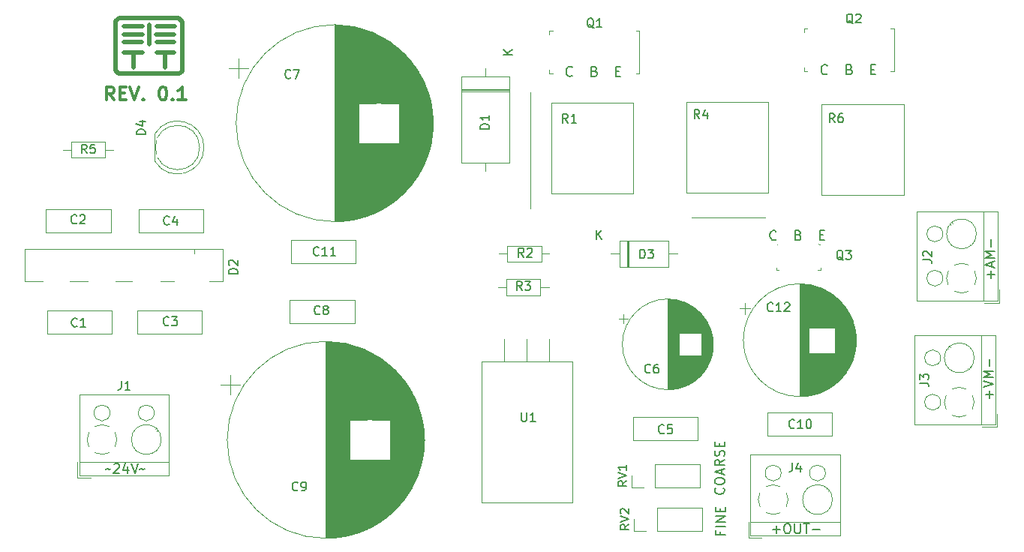
<source format=gto>
G04 #@! TF.GenerationSoftware,KiCad,Pcbnew,5.0.0-rc1-44a33f2~62~ubuntu16.04.1*
G04 #@! TF.CreationDate,2018-04-02T12:51:17+03:00*
G04 #@! TF.ProjectId,lm317_adj_supply,6C6D3331375F61646A5F737570706C79,rev?*
G04 #@! TF.SameCoordinates,Original*
G04 #@! TF.FileFunction,Legend,Top*
G04 #@! TF.FilePolarity,Positive*
%FSLAX46Y46*%
G04 Gerber Fmt 4.6, Leading zero omitted, Abs format (unit mm)*
G04 Created by KiCad (PCBNEW 5.0.0-rc1-44a33f2~62~ubuntu16.04.1) date Mon Apr  2 12:51:17 2018*
%MOMM*%
%LPD*%
G01*
G04 APERTURE LIST*
%ADD10C,0.200000*%
%ADD11C,0.300000*%
%ADD12C,0.120000*%
%ADD13C,0.100000*%
%ADD14C,0.150000*%
%ADD15C,0.500000*%
%ADD16C,2.000000*%
%ADD17O,2.000000X2.000000*%
%ADD18R,2.800000X2.800000*%
%ADD19C,2.800000*%
%ADD20C,1.900000*%
%ADD21R,1.900000X1.900000*%
%ADD22C,4.400000*%
%ADD23R,4.400000X4.400000*%
%ADD24C,3.600000*%
%ADD25O,2.600000X2.600000*%
%ADD26R,2.600000X2.600000*%
%ADD27R,2.400000X2.400000*%
%ADD28C,2.400000*%
%ADD29R,3.600000X3.600000*%
%ADD30O,3.600000X3.600000*%
%ADD31R,2.200000X2.200000*%
%ADD32C,2.200000*%
%ADD33C,2.900000*%
%ADD34R,2.900000X2.900000*%
%ADD35C,1.800000*%
%ADD36O,1.800000X1.800000*%
%ADD37R,2.100000X2.100000*%
%ADD38O,2.100000X2.100000*%
%ADD39O,3.900000X3.900000*%
%ADD40O,2.200000X2.200000*%
G04 APERTURE END LIST*
D10*
X173716666Y-92892857D02*
X173664285Y-92945238D01*
X173507142Y-92997619D01*
X173402380Y-92997619D01*
X173245238Y-92945238D01*
X173140476Y-92840476D01*
X173088095Y-92735714D01*
X173035714Y-92526190D01*
X173035714Y-92369047D01*
X173088095Y-92159523D01*
X173140476Y-92054761D01*
X173245238Y-91950000D01*
X173402380Y-91897619D01*
X173507142Y-91897619D01*
X173664285Y-91950000D01*
X173716666Y-92002380D01*
X176230952Y-92421428D02*
X176388095Y-92473809D01*
X176440476Y-92526190D01*
X176492857Y-92630952D01*
X176492857Y-92788095D01*
X176440476Y-92892857D01*
X176388095Y-92945238D01*
X176283333Y-92997619D01*
X175864285Y-92997619D01*
X175864285Y-91897619D01*
X176230952Y-91897619D01*
X176335714Y-91950000D01*
X176388095Y-92002380D01*
X176440476Y-92107142D01*
X176440476Y-92211904D01*
X176388095Y-92316666D01*
X176335714Y-92369047D01*
X176230952Y-92421428D01*
X175864285Y-92421428D01*
X178640476Y-92421428D02*
X179007142Y-92421428D01*
X179164285Y-92997619D02*
X178640476Y-92997619D01*
X178640476Y-91897619D01*
X179164285Y-91897619D01*
X179516666Y-74192857D02*
X179464285Y-74245238D01*
X179307142Y-74297619D01*
X179202380Y-74297619D01*
X179045238Y-74245238D01*
X178940476Y-74140476D01*
X178888095Y-74035714D01*
X178835714Y-73826190D01*
X178835714Y-73669047D01*
X178888095Y-73459523D01*
X178940476Y-73354761D01*
X179045238Y-73250000D01*
X179202380Y-73197619D01*
X179307142Y-73197619D01*
X179464285Y-73250000D01*
X179516666Y-73302380D01*
X182030952Y-73721428D02*
X182188095Y-73773809D01*
X182240476Y-73826190D01*
X182292857Y-73930952D01*
X182292857Y-74088095D01*
X182240476Y-74192857D01*
X182188095Y-74245238D01*
X182083333Y-74297619D01*
X181664285Y-74297619D01*
X181664285Y-73197619D01*
X182030952Y-73197619D01*
X182135714Y-73250000D01*
X182188095Y-73302380D01*
X182240476Y-73407142D01*
X182240476Y-73511904D01*
X182188095Y-73616666D01*
X182135714Y-73669047D01*
X182030952Y-73721428D01*
X181664285Y-73721428D01*
X184440476Y-73721428D02*
X184807142Y-73721428D01*
X184964285Y-74297619D02*
X184440476Y-74297619D01*
X184440476Y-73197619D01*
X184964285Y-73197619D01*
X150716666Y-74392857D02*
X150664285Y-74445238D01*
X150507142Y-74497619D01*
X150402380Y-74497619D01*
X150245238Y-74445238D01*
X150140476Y-74340476D01*
X150088095Y-74235714D01*
X150035714Y-74026190D01*
X150035714Y-73869047D01*
X150088095Y-73659523D01*
X150140476Y-73554761D01*
X150245238Y-73450000D01*
X150402380Y-73397619D01*
X150507142Y-73397619D01*
X150664285Y-73450000D01*
X150716666Y-73502380D01*
X153230952Y-73921428D02*
X153388095Y-73973809D01*
X153440476Y-74026190D01*
X153492857Y-74130952D01*
X153492857Y-74288095D01*
X153440476Y-74392857D01*
X153388095Y-74445238D01*
X153283333Y-74497619D01*
X152864285Y-74497619D01*
X152864285Y-73397619D01*
X153230952Y-73397619D01*
X153335714Y-73450000D01*
X153388095Y-73502380D01*
X153440476Y-73607142D01*
X153440476Y-73711904D01*
X153388095Y-73816666D01*
X153335714Y-73869047D01*
X153230952Y-73921428D01*
X152864285Y-73921428D01*
X155640476Y-73921428D02*
X156007142Y-73921428D01*
X156164285Y-74497619D02*
X155640476Y-74497619D01*
X155640476Y-73397619D01*
X156164285Y-73397619D01*
D11*
X99028571Y-77178571D02*
X98528571Y-76464285D01*
X98171428Y-77178571D02*
X98171428Y-75678571D01*
X98742857Y-75678571D01*
X98885714Y-75750000D01*
X98957142Y-75821428D01*
X99028571Y-75964285D01*
X99028571Y-76178571D01*
X98957142Y-76321428D01*
X98885714Y-76392857D01*
X98742857Y-76464285D01*
X98171428Y-76464285D01*
X99671428Y-76392857D02*
X100171428Y-76392857D01*
X100385714Y-77178571D02*
X99671428Y-77178571D01*
X99671428Y-75678571D01*
X100385714Y-75678571D01*
X100814285Y-75678571D02*
X101314285Y-77178571D01*
X101814285Y-75678571D01*
X102314285Y-77035714D02*
X102385714Y-77107142D01*
X102314285Y-77178571D01*
X102242857Y-77107142D01*
X102314285Y-77035714D01*
X102314285Y-77178571D01*
X104457142Y-75678571D02*
X104600000Y-75678571D01*
X104742857Y-75750000D01*
X104814285Y-75821428D01*
X104885714Y-75964285D01*
X104957142Y-76250000D01*
X104957142Y-76607142D01*
X104885714Y-76892857D01*
X104814285Y-77035714D01*
X104742857Y-77107142D01*
X104600000Y-77178571D01*
X104457142Y-77178571D01*
X104314285Y-77107142D01*
X104242857Y-77035714D01*
X104171428Y-76892857D01*
X104100000Y-76607142D01*
X104100000Y-76250000D01*
X104171428Y-75964285D01*
X104242857Y-75821428D01*
X104314285Y-75750000D01*
X104457142Y-75678571D01*
X105600000Y-77035714D02*
X105671428Y-77107142D01*
X105600000Y-77178571D01*
X105528571Y-77107142D01*
X105600000Y-77035714D01*
X105600000Y-77178571D01*
X107100000Y-77178571D02*
X106242857Y-77178571D01*
X106671428Y-77178571D02*
X106671428Y-75678571D01*
X106528571Y-75892857D01*
X106385714Y-76035714D01*
X106242857Y-76107142D01*
D10*
X167792857Y-120978571D02*
X167845238Y-121030952D01*
X167897619Y-121188095D01*
X167897619Y-121292857D01*
X167845238Y-121450000D01*
X167740476Y-121554761D01*
X167635714Y-121607142D01*
X167426190Y-121659523D01*
X167269047Y-121659523D01*
X167059523Y-121607142D01*
X166954761Y-121554761D01*
X166850000Y-121450000D01*
X166797619Y-121292857D01*
X166797619Y-121188095D01*
X166850000Y-121030952D01*
X166902380Y-120978571D01*
X166797619Y-120297619D02*
X166797619Y-120088095D01*
X166850000Y-119983333D01*
X166954761Y-119878571D01*
X167164285Y-119826190D01*
X167530952Y-119826190D01*
X167740476Y-119878571D01*
X167845238Y-119983333D01*
X167897619Y-120088095D01*
X167897619Y-120297619D01*
X167845238Y-120402380D01*
X167740476Y-120507142D01*
X167530952Y-120559523D01*
X167164285Y-120559523D01*
X166954761Y-120507142D01*
X166850000Y-120402380D01*
X166797619Y-120297619D01*
X167583333Y-119407142D02*
X167583333Y-118883333D01*
X167897619Y-119511904D02*
X166797619Y-119145238D01*
X167897619Y-118778571D01*
X167897619Y-117783333D02*
X167373809Y-118150000D01*
X167897619Y-118411904D02*
X166797619Y-118411904D01*
X166797619Y-117992857D01*
X166850000Y-117888095D01*
X166902380Y-117835714D01*
X167007142Y-117783333D01*
X167164285Y-117783333D01*
X167269047Y-117835714D01*
X167321428Y-117888095D01*
X167373809Y-117992857D01*
X167373809Y-118411904D01*
X167845238Y-117364285D02*
X167897619Y-117207142D01*
X167897619Y-116945238D01*
X167845238Y-116840476D01*
X167792857Y-116788095D01*
X167688095Y-116735714D01*
X167583333Y-116735714D01*
X167478571Y-116788095D01*
X167426190Y-116840476D01*
X167373809Y-116945238D01*
X167321428Y-117154761D01*
X167269047Y-117259523D01*
X167216666Y-117311904D01*
X167111904Y-117364285D01*
X167007142Y-117364285D01*
X166902380Y-117311904D01*
X166850000Y-117259523D01*
X166797619Y-117154761D01*
X166797619Y-116892857D01*
X166850000Y-116735714D01*
X167321428Y-116264285D02*
X167321428Y-115897619D01*
X167897619Y-115740476D02*
X167897619Y-116264285D01*
X166797619Y-116264285D01*
X166797619Y-115740476D01*
X167421428Y-125878571D02*
X167421428Y-126245238D01*
X167997619Y-126245238D02*
X166897619Y-126245238D01*
X166897619Y-125721428D01*
X167997619Y-125302380D02*
X166897619Y-125302380D01*
X167997619Y-124778571D02*
X166897619Y-124778571D01*
X167997619Y-124150000D01*
X166897619Y-124150000D01*
X167421428Y-123626190D02*
X167421428Y-123259523D01*
X167997619Y-123102380D02*
X167997619Y-123626190D01*
X166897619Y-123626190D01*
X166897619Y-123102380D01*
X197778571Y-110800000D02*
X197778571Y-109961904D01*
X198197619Y-110380952D02*
X197359523Y-110380952D01*
X197097619Y-109595238D02*
X198197619Y-109228571D01*
X197097619Y-108861904D01*
X198197619Y-108495238D02*
X197097619Y-108495238D01*
X197883333Y-108128571D01*
X197097619Y-107761904D01*
X198197619Y-107761904D01*
X197778571Y-107238095D02*
X197778571Y-106400000D01*
X197978571Y-97300000D02*
X197978571Y-96461904D01*
X198397619Y-96880952D02*
X197559523Y-96880952D01*
X198083333Y-95990476D02*
X198083333Y-95466666D01*
X198397619Y-96095238D02*
X197297619Y-95728571D01*
X198397619Y-95361904D01*
X198397619Y-94995238D02*
X197297619Y-94995238D01*
X198083333Y-94628571D01*
X197297619Y-94261904D01*
X198397619Y-94261904D01*
X197978571Y-93738095D02*
X197978571Y-92900000D01*
X98100000Y-118878571D02*
X98152380Y-118826190D01*
X98257142Y-118773809D01*
X98466666Y-118878571D01*
X98571428Y-118826190D01*
X98623809Y-118773809D01*
X98990476Y-118302380D02*
X99042857Y-118250000D01*
X99147619Y-118197619D01*
X99409523Y-118197619D01*
X99514285Y-118250000D01*
X99566666Y-118302380D01*
X99619047Y-118407142D01*
X99619047Y-118511904D01*
X99566666Y-118669047D01*
X98938095Y-119297619D01*
X99619047Y-119297619D01*
X100561904Y-118564285D02*
X100561904Y-119297619D01*
X100300000Y-118145238D02*
X100038095Y-118930952D01*
X100719047Y-118930952D01*
X100980952Y-118197619D02*
X101347619Y-119297619D01*
X101714285Y-118197619D01*
X101923809Y-118878571D02*
X101976190Y-118826190D01*
X102080952Y-118773809D01*
X102290476Y-118878571D01*
X102395238Y-118826190D01*
X102447619Y-118773809D01*
X173328571Y-125678571D02*
X174166666Y-125678571D01*
X173747619Y-126097619D02*
X173747619Y-125259523D01*
X174900000Y-124997619D02*
X175109523Y-124997619D01*
X175214285Y-125050000D01*
X175319047Y-125154761D01*
X175371428Y-125364285D01*
X175371428Y-125730952D01*
X175319047Y-125940476D01*
X175214285Y-126045238D01*
X175109523Y-126097619D01*
X174900000Y-126097619D01*
X174795238Y-126045238D01*
X174690476Y-125940476D01*
X174638095Y-125730952D01*
X174638095Y-125364285D01*
X174690476Y-125154761D01*
X174795238Y-125050000D01*
X174900000Y-124997619D01*
X175842857Y-124997619D02*
X175842857Y-125888095D01*
X175895238Y-125992857D01*
X175947619Y-126045238D01*
X176052380Y-126097619D01*
X176261904Y-126097619D01*
X176366666Y-126045238D01*
X176419047Y-125992857D01*
X176471428Y-125888095D01*
X176471428Y-124997619D01*
X176838095Y-124997619D02*
X177466666Y-124997619D01*
X177152380Y-126097619D02*
X177152380Y-124997619D01*
X177833333Y-125678571D02*
X178671428Y-125678571D01*
D12*
X164200000Y-90400000D02*
X172558000Y-90400000D01*
X146000000Y-76300000D02*
X146000000Y-89484000D01*
X182772500Y-104282500D02*
G75*
G03X182772500Y-104282500I-6370000J0D01*
G01*
X176402500Y-97952500D02*
X176402500Y-110612500D01*
X176442500Y-97952500D02*
X176442500Y-110612500D01*
X176482500Y-97952500D02*
X176482500Y-110612500D01*
X176522500Y-97953500D02*
X176522500Y-110611500D01*
X176562500Y-97954500D02*
X176562500Y-110610500D01*
X176602500Y-97955500D02*
X176602500Y-110609500D01*
X176642500Y-97956500D02*
X176642500Y-110608500D01*
X176682500Y-97958500D02*
X176682500Y-110606500D01*
X176722500Y-97960500D02*
X176722500Y-110604500D01*
X176762500Y-97962500D02*
X176762500Y-110602500D01*
X176802500Y-97964500D02*
X176802500Y-110600500D01*
X176842500Y-97967500D02*
X176842500Y-110597500D01*
X176882500Y-97970500D02*
X176882500Y-110594500D01*
X176922500Y-97973500D02*
X176922500Y-110591500D01*
X176962500Y-97976500D02*
X176962500Y-110588500D01*
X177002500Y-97980500D02*
X177002500Y-110584500D01*
X177042500Y-97984500D02*
X177042500Y-110580500D01*
X177082500Y-97988500D02*
X177082500Y-110576500D01*
X177123500Y-97992500D02*
X177123500Y-110572500D01*
X177163500Y-97997500D02*
X177163500Y-110567500D01*
X177203500Y-98002500D02*
X177203500Y-110562500D01*
X177243500Y-98007500D02*
X177243500Y-110557500D01*
X177283500Y-98013500D02*
X177283500Y-110551500D01*
X177323500Y-98018500D02*
X177323500Y-110546500D01*
X177363500Y-98024500D02*
X177363500Y-110540500D01*
X177403500Y-98030500D02*
X177403500Y-110534500D01*
X177443500Y-98037500D02*
X177443500Y-110527500D01*
X177483500Y-98044500D02*
X177483500Y-102842500D01*
X177483500Y-105722500D02*
X177483500Y-110520500D01*
X177523500Y-98051500D02*
X177523500Y-102842500D01*
X177523500Y-105722500D02*
X177523500Y-110513500D01*
X177563500Y-98058500D02*
X177563500Y-102842500D01*
X177563500Y-105722500D02*
X177563500Y-110506500D01*
X177603500Y-98066500D02*
X177603500Y-102842500D01*
X177603500Y-105722500D02*
X177603500Y-110498500D01*
X177643500Y-98073500D02*
X177643500Y-102842500D01*
X177643500Y-105722500D02*
X177643500Y-110491500D01*
X177683500Y-98081500D02*
X177683500Y-102842500D01*
X177683500Y-105722500D02*
X177683500Y-110483500D01*
X177723500Y-98090500D02*
X177723500Y-102842500D01*
X177723500Y-105722500D02*
X177723500Y-110474500D01*
X177763500Y-98098500D02*
X177763500Y-102842500D01*
X177763500Y-105722500D02*
X177763500Y-110466500D01*
X177803500Y-98107500D02*
X177803500Y-102842500D01*
X177803500Y-105722500D02*
X177803500Y-110457500D01*
X177843500Y-98116500D02*
X177843500Y-102842500D01*
X177843500Y-105722500D02*
X177843500Y-110448500D01*
X177883500Y-98126500D02*
X177883500Y-102842500D01*
X177883500Y-105722500D02*
X177883500Y-110438500D01*
X177923500Y-98136500D02*
X177923500Y-102842500D01*
X177923500Y-105722500D02*
X177923500Y-110428500D01*
X177963500Y-98145500D02*
X177963500Y-102842500D01*
X177963500Y-105722500D02*
X177963500Y-110419500D01*
X178003500Y-98156500D02*
X178003500Y-102842500D01*
X178003500Y-105722500D02*
X178003500Y-110408500D01*
X178043500Y-98166500D02*
X178043500Y-102842500D01*
X178043500Y-105722500D02*
X178043500Y-110398500D01*
X178083500Y-98177500D02*
X178083500Y-102842500D01*
X178083500Y-105722500D02*
X178083500Y-110387500D01*
X178123500Y-98188500D02*
X178123500Y-102842500D01*
X178123500Y-105722500D02*
X178123500Y-110376500D01*
X178163500Y-98199500D02*
X178163500Y-102842500D01*
X178163500Y-105722500D02*
X178163500Y-110365500D01*
X178203500Y-98211500D02*
X178203500Y-102842500D01*
X178203500Y-105722500D02*
X178203500Y-110353500D01*
X178243500Y-98223500D02*
X178243500Y-102842500D01*
X178243500Y-105722500D02*
X178243500Y-110341500D01*
X178283500Y-98235500D02*
X178283500Y-102842500D01*
X178283500Y-105722500D02*
X178283500Y-110329500D01*
X178323500Y-98248500D02*
X178323500Y-102842500D01*
X178323500Y-105722500D02*
X178323500Y-110316500D01*
X178363500Y-98261500D02*
X178363500Y-102842500D01*
X178363500Y-105722500D02*
X178363500Y-110303500D01*
X178403500Y-98274500D02*
X178403500Y-102842500D01*
X178403500Y-105722500D02*
X178403500Y-110290500D01*
X178443500Y-98287500D02*
X178443500Y-102842500D01*
X178443500Y-105722500D02*
X178443500Y-110277500D01*
X178483500Y-98301500D02*
X178483500Y-102842500D01*
X178483500Y-105722500D02*
X178483500Y-110263500D01*
X178523500Y-98315500D02*
X178523500Y-102842500D01*
X178523500Y-105722500D02*
X178523500Y-110249500D01*
X178563500Y-98329500D02*
X178563500Y-102842500D01*
X178563500Y-105722500D02*
X178563500Y-110235500D01*
X178603500Y-98343500D02*
X178603500Y-102842500D01*
X178603500Y-105722500D02*
X178603500Y-110221500D01*
X178643500Y-98358500D02*
X178643500Y-102842500D01*
X178643500Y-105722500D02*
X178643500Y-110206500D01*
X178683500Y-98374500D02*
X178683500Y-102842500D01*
X178683500Y-105722500D02*
X178683500Y-110190500D01*
X178723500Y-98389500D02*
X178723500Y-102842500D01*
X178723500Y-105722500D02*
X178723500Y-110175500D01*
X178763500Y-98405500D02*
X178763500Y-102842500D01*
X178763500Y-105722500D02*
X178763500Y-110159500D01*
X178803500Y-98421500D02*
X178803500Y-102842500D01*
X178803500Y-105722500D02*
X178803500Y-110143500D01*
X178843500Y-98437500D02*
X178843500Y-102842500D01*
X178843500Y-105722500D02*
X178843500Y-110127500D01*
X178883500Y-98454500D02*
X178883500Y-102842500D01*
X178883500Y-105722500D02*
X178883500Y-110110500D01*
X178923500Y-98471500D02*
X178923500Y-102842500D01*
X178923500Y-105722500D02*
X178923500Y-110093500D01*
X178963500Y-98489500D02*
X178963500Y-102842500D01*
X178963500Y-105722500D02*
X178963500Y-110075500D01*
X179003500Y-98506500D02*
X179003500Y-102842500D01*
X179003500Y-105722500D02*
X179003500Y-110058500D01*
X179043500Y-98524500D02*
X179043500Y-102842500D01*
X179043500Y-105722500D02*
X179043500Y-110040500D01*
X179083500Y-98543500D02*
X179083500Y-102842500D01*
X179083500Y-105722500D02*
X179083500Y-110021500D01*
X179123500Y-98561500D02*
X179123500Y-102842500D01*
X179123500Y-105722500D02*
X179123500Y-110003500D01*
X179163500Y-98580500D02*
X179163500Y-102842500D01*
X179163500Y-105722500D02*
X179163500Y-109984500D01*
X179203500Y-98600500D02*
X179203500Y-102842500D01*
X179203500Y-105722500D02*
X179203500Y-109964500D01*
X179243500Y-98620500D02*
X179243500Y-102842500D01*
X179243500Y-105722500D02*
X179243500Y-109944500D01*
X179283500Y-98640500D02*
X179283500Y-102842500D01*
X179283500Y-105722500D02*
X179283500Y-109924500D01*
X179323500Y-98660500D02*
X179323500Y-102842500D01*
X179323500Y-105722500D02*
X179323500Y-109904500D01*
X179363500Y-98681500D02*
X179363500Y-102842500D01*
X179363500Y-105722500D02*
X179363500Y-109883500D01*
X179403500Y-98702500D02*
X179403500Y-102842500D01*
X179403500Y-105722500D02*
X179403500Y-109862500D01*
X179443500Y-98724500D02*
X179443500Y-102842500D01*
X179443500Y-105722500D02*
X179443500Y-109840500D01*
X179483500Y-98746500D02*
X179483500Y-102842500D01*
X179483500Y-105722500D02*
X179483500Y-109818500D01*
X179523500Y-98768500D02*
X179523500Y-102842500D01*
X179523500Y-105722500D02*
X179523500Y-109796500D01*
X179563500Y-98791500D02*
X179563500Y-102842500D01*
X179563500Y-105722500D02*
X179563500Y-109773500D01*
X179603500Y-98814500D02*
X179603500Y-102842500D01*
X179603500Y-105722500D02*
X179603500Y-109750500D01*
X179643500Y-98837500D02*
X179643500Y-102842500D01*
X179643500Y-105722500D02*
X179643500Y-109727500D01*
X179683500Y-98861500D02*
X179683500Y-102842500D01*
X179683500Y-105722500D02*
X179683500Y-109703500D01*
X179723500Y-98885500D02*
X179723500Y-102842500D01*
X179723500Y-105722500D02*
X179723500Y-109679500D01*
X179763500Y-98910500D02*
X179763500Y-102842500D01*
X179763500Y-105722500D02*
X179763500Y-109654500D01*
X179803500Y-98935500D02*
X179803500Y-102842500D01*
X179803500Y-105722500D02*
X179803500Y-109629500D01*
X179843500Y-98960500D02*
X179843500Y-102842500D01*
X179843500Y-105722500D02*
X179843500Y-109604500D01*
X179883500Y-98986500D02*
X179883500Y-102842500D01*
X179883500Y-105722500D02*
X179883500Y-109578500D01*
X179923500Y-99012500D02*
X179923500Y-102842500D01*
X179923500Y-105722500D02*
X179923500Y-109552500D01*
X179963500Y-99039500D02*
X179963500Y-102842500D01*
X179963500Y-105722500D02*
X179963500Y-109525500D01*
X180003500Y-99066500D02*
X180003500Y-102842500D01*
X180003500Y-105722500D02*
X180003500Y-109498500D01*
X180043500Y-99094500D02*
X180043500Y-102842500D01*
X180043500Y-105722500D02*
X180043500Y-109470500D01*
X180083500Y-99122500D02*
X180083500Y-102842500D01*
X180083500Y-105722500D02*
X180083500Y-109442500D01*
X180123500Y-99151500D02*
X180123500Y-102842500D01*
X180123500Y-105722500D02*
X180123500Y-109413500D01*
X180163500Y-99180500D02*
X180163500Y-102842500D01*
X180163500Y-105722500D02*
X180163500Y-109384500D01*
X180203500Y-99209500D02*
X180203500Y-102842500D01*
X180203500Y-105722500D02*
X180203500Y-109355500D01*
X180243500Y-99239500D02*
X180243500Y-102842500D01*
X180243500Y-105722500D02*
X180243500Y-109325500D01*
X180283500Y-99270500D02*
X180283500Y-102842500D01*
X180283500Y-105722500D02*
X180283500Y-109294500D01*
X180323500Y-99300500D02*
X180323500Y-102842500D01*
X180323500Y-105722500D02*
X180323500Y-109264500D01*
X180363500Y-99332500D02*
X180363500Y-109232500D01*
X180403500Y-99364500D02*
X180403500Y-109200500D01*
X180443500Y-99397500D02*
X180443500Y-109167500D01*
X180483500Y-99430500D02*
X180483500Y-109134500D01*
X180523500Y-99463500D02*
X180523500Y-109101500D01*
X180563500Y-99497500D02*
X180563500Y-109067500D01*
X180603500Y-99532500D02*
X180603500Y-109032500D01*
X180643500Y-99568500D02*
X180643500Y-108996500D01*
X180683500Y-99604500D02*
X180683500Y-108960500D01*
X180723500Y-99640500D02*
X180723500Y-108924500D01*
X180763500Y-99677500D02*
X180763500Y-108887500D01*
X180803500Y-99715500D02*
X180803500Y-108849500D01*
X180843500Y-99754500D02*
X180843500Y-108810500D01*
X180883500Y-99793500D02*
X180883500Y-108771500D01*
X180923500Y-99833500D02*
X180923500Y-108731500D01*
X180963500Y-99874500D02*
X180963500Y-108690500D01*
X181003500Y-99915500D02*
X181003500Y-108649500D01*
X181043500Y-99957500D02*
X181043500Y-108607500D01*
X181083500Y-100000500D02*
X181083500Y-108564500D01*
X181123500Y-100044500D02*
X181123500Y-108520500D01*
X181163500Y-100088500D02*
X181163500Y-108476500D01*
X181203500Y-100134500D02*
X181203500Y-108430500D01*
X181243500Y-100180500D02*
X181243500Y-108384500D01*
X181283500Y-100227500D02*
X181283500Y-108337500D01*
X181323500Y-100275500D02*
X181323500Y-108289500D01*
X181363500Y-100325500D02*
X181363500Y-108239500D01*
X181403500Y-100375500D02*
X181403500Y-108189500D01*
X181443500Y-100426500D02*
X181443500Y-108138500D01*
X181483500Y-100478500D02*
X181483500Y-108086500D01*
X181523500Y-100532500D02*
X181523500Y-108032500D01*
X181563500Y-100586500D02*
X181563500Y-107978500D01*
X181603500Y-100642500D02*
X181603500Y-107922500D01*
X181643500Y-100699500D02*
X181643500Y-107865500D01*
X181683500Y-100758500D02*
X181683500Y-107806500D01*
X181723500Y-100818500D02*
X181723500Y-107746500D01*
X181763500Y-100880500D02*
X181763500Y-107684500D01*
X181803500Y-100943500D02*
X181803500Y-107621500D01*
X181843500Y-101007500D02*
X181843500Y-107557500D01*
X181883500Y-101074500D02*
X181883500Y-107490500D01*
X181923500Y-101142500D02*
X181923500Y-107422500D01*
X181963500Y-101213500D02*
X181963500Y-107351500D01*
X182003500Y-101286500D02*
X182003500Y-107278500D01*
X182043500Y-101361500D02*
X182043500Y-107203500D01*
X182083500Y-101438500D02*
X182083500Y-107126500D01*
X182123500Y-101518500D02*
X182123500Y-107046500D01*
X182163500Y-101601500D02*
X182163500Y-106963500D01*
X182203500Y-101688500D02*
X182203500Y-106876500D01*
X182243500Y-101778500D02*
X182243500Y-106786500D01*
X182283500Y-101872500D02*
X182283500Y-106692500D01*
X182323500Y-101970500D02*
X182323500Y-106594500D01*
X182363500Y-102073500D02*
X182363500Y-106491500D01*
X182403500Y-102182500D02*
X182403500Y-106382500D01*
X182443500Y-102298500D02*
X182443500Y-106266500D01*
X182483500Y-102421500D02*
X182483500Y-106143500D01*
X182523500Y-102554500D02*
X182523500Y-106010500D01*
X182563500Y-102699500D02*
X182563500Y-105865500D01*
X182603500Y-102860500D02*
X182603500Y-105704500D01*
X182643500Y-103041500D02*
X182643500Y-105523500D01*
X182683500Y-103254500D02*
X182683500Y-105310500D01*
X182723500Y-103525500D02*
X182723500Y-105039500D01*
X182763500Y-103965500D02*
X182763500Y-104599500D01*
X169585418Y-100707500D02*
X170835418Y-100707500D01*
X170210418Y-100082500D02*
X170210418Y-101332500D01*
D13*
X178730000Y-93600000D02*
X178530000Y-93400000D01*
X178730000Y-93900000D02*
X178730000Y-93600000D01*
X173730000Y-93900000D02*
X173730000Y-93600000D01*
X173730000Y-93600000D02*
X173930000Y-93400000D01*
X173730000Y-96400000D02*
X173730000Y-96100000D01*
X173730000Y-96400000D02*
X174030000Y-96400000D01*
X178430000Y-96400000D02*
X178730000Y-96400000D01*
X178730000Y-96400000D02*
X178730000Y-96100000D01*
D12*
X113103163Y-72447500D02*
X113103163Y-74647500D01*
X112003163Y-73547500D02*
X114203163Y-73547500D01*
X135022500Y-79742500D02*
X135022500Y-79822500D01*
X134982500Y-78879500D02*
X134982500Y-80685500D01*
X134942500Y-78490500D02*
X134942500Y-81074500D01*
X134902500Y-78192500D02*
X134902500Y-81372500D01*
X134862500Y-77942500D02*
X134862500Y-81622500D01*
X134822500Y-77722500D02*
X134822500Y-81842500D01*
X134782500Y-77524500D02*
X134782500Y-82040500D01*
X134742500Y-77342500D02*
X134742500Y-82222500D01*
X134702500Y-77173500D02*
X134702500Y-82391500D01*
X134662500Y-77015500D02*
X134662500Y-82549500D01*
X134622500Y-76866500D02*
X134622500Y-82698500D01*
X134582500Y-76724500D02*
X134582500Y-82840500D01*
X134542500Y-76590500D02*
X134542500Y-82974500D01*
X134502500Y-76461500D02*
X134502500Y-83103500D01*
X134462500Y-76337500D02*
X134462500Y-83227500D01*
X134422500Y-76218500D02*
X134422500Y-83346500D01*
X134382500Y-76103500D02*
X134382500Y-83461500D01*
X134342500Y-75993500D02*
X134342500Y-83571500D01*
X134302500Y-75885500D02*
X134302500Y-83679500D01*
X134262500Y-75781500D02*
X134262500Y-83783500D01*
X134222500Y-75680500D02*
X134222500Y-83884500D01*
X134182500Y-75582500D02*
X134182500Y-83982500D01*
X134142500Y-75486500D02*
X134142500Y-84078500D01*
X134102500Y-75393500D02*
X134102500Y-84171500D01*
X134062500Y-75302500D02*
X134062500Y-84262500D01*
X134022500Y-75213500D02*
X134022500Y-84351500D01*
X133982500Y-75126500D02*
X133982500Y-84438500D01*
X133942500Y-75041500D02*
X133942500Y-84523500D01*
X133902500Y-74958500D02*
X133902500Y-84606500D01*
X133862500Y-74877500D02*
X133862500Y-84687500D01*
X133822500Y-74797500D02*
X133822500Y-84767500D01*
X133782500Y-74719500D02*
X133782500Y-84845500D01*
X133742500Y-74642500D02*
X133742500Y-84922500D01*
X133702500Y-74567500D02*
X133702500Y-84997500D01*
X133662500Y-74493500D02*
X133662500Y-85071500D01*
X133622500Y-74420500D02*
X133622500Y-85144500D01*
X133582500Y-74349500D02*
X133582500Y-85215500D01*
X133542500Y-74279500D02*
X133542500Y-85285500D01*
X133502500Y-74210500D02*
X133502500Y-85354500D01*
X133462500Y-74142500D02*
X133462500Y-85422500D01*
X133422500Y-74075500D02*
X133422500Y-85489500D01*
X133382500Y-74009500D02*
X133382500Y-85555500D01*
X133342500Y-73944500D02*
X133342500Y-85620500D01*
X133302500Y-73881500D02*
X133302500Y-85683500D01*
X133262500Y-73818500D02*
X133262500Y-85746500D01*
X133222500Y-73756500D02*
X133222500Y-85808500D01*
X133182500Y-73695500D02*
X133182500Y-85869500D01*
X133142500Y-73635500D02*
X133142500Y-85929500D01*
X133102500Y-73575500D02*
X133102500Y-85989500D01*
X133062500Y-73517500D02*
X133062500Y-86047500D01*
X133022500Y-73459500D02*
X133022500Y-86105500D01*
X132982500Y-73402500D02*
X132982500Y-86162500D01*
X132942500Y-73346500D02*
X132942500Y-86218500D01*
X132902500Y-73290500D02*
X132902500Y-86274500D01*
X132862500Y-73236500D02*
X132862500Y-86328500D01*
X132822500Y-73182500D02*
X132822500Y-86382500D01*
X132782500Y-73128500D02*
X132782500Y-86436500D01*
X132742500Y-73075500D02*
X132742500Y-86489500D01*
X132702500Y-73023500D02*
X132702500Y-86541500D01*
X132662500Y-72972500D02*
X132662500Y-86592500D01*
X132622500Y-72921500D02*
X132622500Y-86643500D01*
X132582500Y-72871500D02*
X132582500Y-86693500D01*
X132542500Y-72821500D02*
X132542500Y-86743500D01*
X132502500Y-72772500D02*
X132502500Y-86792500D01*
X132462500Y-72724500D02*
X132462500Y-86840500D01*
X132422500Y-72676500D02*
X132422500Y-86888500D01*
X132382500Y-72628500D02*
X132382500Y-86936500D01*
X132342500Y-72581500D02*
X132342500Y-86983500D01*
X132302500Y-72535500D02*
X132302500Y-87029500D01*
X132262500Y-72489500D02*
X132262500Y-87075500D01*
X132222500Y-72444500D02*
X132222500Y-87120500D01*
X132182500Y-72399500D02*
X132182500Y-87165500D01*
X132142500Y-72354500D02*
X132142500Y-87210500D01*
X132102500Y-72311500D02*
X132102500Y-87253500D01*
X132063500Y-72267500D02*
X132063500Y-87297500D01*
X132023500Y-72224500D02*
X132023500Y-87340500D01*
X131983500Y-72182500D02*
X131983500Y-87382500D01*
X131943500Y-72140500D02*
X131943500Y-87424500D01*
X131903500Y-72098500D02*
X131903500Y-87466500D01*
X131863500Y-72057500D02*
X131863500Y-87507500D01*
X131823500Y-72016500D02*
X131823500Y-87548500D01*
X131783500Y-71975500D02*
X131783500Y-87589500D01*
X131743500Y-71936500D02*
X131743500Y-87628500D01*
X131703500Y-71896500D02*
X131703500Y-87668500D01*
X131663500Y-71857500D02*
X131663500Y-87707500D01*
X131623500Y-71818500D02*
X131623500Y-87746500D01*
X131583500Y-71780500D02*
X131583500Y-87784500D01*
X131543500Y-71742500D02*
X131543500Y-87822500D01*
X131503500Y-71704500D02*
X131503500Y-87860500D01*
X131463500Y-71667500D02*
X131463500Y-87897500D01*
X131423500Y-71630500D02*
X131423500Y-87934500D01*
X131383500Y-71593500D02*
X131383500Y-87971500D01*
X131343500Y-71557500D02*
X131343500Y-88007500D01*
X131303500Y-71521500D02*
X131303500Y-88043500D01*
X131263500Y-71486500D02*
X131263500Y-88078500D01*
X131223500Y-71451500D02*
X131223500Y-88113500D01*
X131183500Y-71416500D02*
X131183500Y-88148500D01*
X131143500Y-71381500D02*
X131143500Y-88183500D01*
X131103500Y-82022500D02*
X131103500Y-88217500D01*
X131103500Y-71347500D02*
X131103500Y-77542500D01*
X131063500Y-82022500D02*
X131063500Y-88251500D01*
X131063500Y-71313500D02*
X131063500Y-77542500D01*
X131023500Y-82022500D02*
X131023500Y-88284500D01*
X131023500Y-71280500D02*
X131023500Y-77542500D01*
X130983500Y-82022500D02*
X130983500Y-88317500D01*
X130983500Y-71247500D02*
X130983500Y-77542500D01*
X130943500Y-82022500D02*
X130943500Y-88350500D01*
X130943500Y-71214500D02*
X130943500Y-77542500D01*
X130903500Y-82022500D02*
X130903500Y-88383500D01*
X130903500Y-71181500D02*
X130903500Y-77542500D01*
X130863500Y-82022500D02*
X130863500Y-88415500D01*
X130863500Y-71149500D02*
X130863500Y-77542500D01*
X130823500Y-82022500D02*
X130823500Y-88447500D01*
X130823500Y-71117500D02*
X130823500Y-77542500D01*
X130783500Y-82022500D02*
X130783500Y-88479500D01*
X130783500Y-71085500D02*
X130783500Y-77542500D01*
X130743500Y-82022500D02*
X130743500Y-88510500D01*
X130743500Y-71054500D02*
X130743500Y-77542500D01*
X130703500Y-82022500D02*
X130703500Y-88541500D01*
X130703500Y-71023500D02*
X130703500Y-77542500D01*
X130663500Y-82022500D02*
X130663500Y-88572500D01*
X130663500Y-70992500D02*
X130663500Y-77542500D01*
X130623500Y-82022500D02*
X130623500Y-88602500D01*
X130623500Y-70962500D02*
X130623500Y-77542500D01*
X130583500Y-82022500D02*
X130583500Y-88632500D01*
X130583500Y-70932500D02*
X130583500Y-77542500D01*
X130543500Y-82022500D02*
X130543500Y-88662500D01*
X130543500Y-70902500D02*
X130543500Y-77542500D01*
X130503500Y-82022500D02*
X130503500Y-88692500D01*
X130503500Y-70872500D02*
X130503500Y-77542500D01*
X130463500Y-82022500D02*
X130463500Y-88721500D01*
X130463500Y-70843500D02*
X130463500Y-77542500D01*
X130423500Y-82022500D02*
X130423500Y-88750500D01*
X130423500Y-70814500D02*
X130423500Y-77542500D01*
X130383500Y-82022500D02*
X130383500Y-88779500D01*
X130383500Y-70785500D02*
X130383500Y-77542500D01*
X130343500Y-82022500D02*
X130343500Y-88808500D01*
X130343500Y-70756500D02*
X130343500Y-77542500D01*
X130303500Y-82022500D02*
X130303500Y-88836500D01*
X130303500Y-70728500D02*
X130303500Y-77542500D01*
X130263500Y-82022500D02*
X130263500Y-88864500D01*
X130263500Y-70700500D02*
X130263500Y-77542500D01*
X130223500Y-82022500D02*
X130223500Y-88892500D01*
X130223500Y-70672500D02*
X130223500Y-77542500D01*
X130183500Y-82022500D02*
X130183500Y-88919500D01*
X130183500Y-70645500D02*
X130183500Y-77542500D01*
X130143500Y-82022500D02*
X130143500Y-88947500D01*
X130143500Y-70617500D02*
X130143500Y-77542500D01*
X130103500Y-82022500D02*
X130103500Y-88974500D01*
X130103500Y-70590500D02*
X130103500Y-77542500D01*
X130063500Y-82022500D02*
X130063500Y-89000500D01*
X130063500Y-70564500D02*
X130063500Y-77542500D01*
X130023500Y-82022500D02*
X130023500Y-89027500D01*
X130023500Y-70537500D02*
X130023500Y-77542500D01*
X129983500Y-82022500D02*
X129983500Y-89053500D01*
X129983500Y-70511500D02*
X129983500Y-77542500D01*
X129943500Y-82022500D02*
X129943500Y-89079500D01*
X129943500Y-70485500D02*
X129943500Y-77542500D01*
X129903500Y-82022500D02*
X129903500Y-89105500D01*
X129903500Y-70459500D02*
X129903500Y-77542500D01*
X129863500Y-82022500D02*
X129863500Y-89130500D01*
X129863500Y-70434500D02*
X129863500Y-77542500D01*
X129823500Y-82022500D02*
X129823500Y-89156500D01*
X129823500Y-70408500D02*
X129823500Y-77542500D01*
X129783500Y-82022500D02*
X129783500Y-89181500D01*
X129783500Y-70383500D02*
X129783500Y-77542500D01*
X129743500Y-82022500D02*
X129743500Y-89206500D01*
X129743500Y-70358500D02*
X129743500Y-77542500D01*
X129703500Y-82022500D02*
X129703500Y-89230500D01*
X129703500Y-70334500D02*
X129703500Y-77542500D01*
X129663500Y-82022500D02*
X129663500Y-89254500D01*
X129663500Y-70310500D02*
X129663500Y-77542500D01*
X129623500Y-82022500D02*
X129623500Y-89279500D01*
X129623500Y-70285500D02*
X129623500Y-77542500D01*
X129583500Y-82022500D02*
X129583500Y-89302500D01*
X129583500Y-70262500D02*
X129583500Y-77542500D01*
X129543500Y-82022500D02*
X129543500Y-89326500D01*
X129543500Y-70238500D02*
X129543500Y-77542500D01*
X129503500Y-82022500D02*
X129503500Y-89349500D01*
X129503500Y-70215500D02*
X129503500Y-77542500D01*
X129463500Y-82022500D02*
X129463500Y-89373500D01*
X129463500Y-70191500D02*
X129463500Y-77542500D01*
X129423500Y-82022500D02*
X129423500Y-89396500D01*
X129423500Y-70168500D02*
X129423500Y-77542500D01*
X129383500Y-82022500D02*
X129383500Y-89418500D01*
X129383500Y-70146500D02*
X129383500Y-77542500D01*
X129343500Y-82022500D02*
X129343500Y-89441500D01*
X129343500Y-70123500D02*
X129343500Y-77542500D01*
X129303500Y-82022500D02*
X129303500Y-89463500D01*
X129303500Y-70101500D02*
X129303500Y-77542500D01*
X129263500Y-82022500D02*
X129263500Y-89485500D01*
X129263500Y-70079500D02*
X129263500Y-77542500D01*
X129223500Y-82022500D02*
X129223500Y-89507500D01*
X129223500Y-70057500D02*
X129223500Y-77542500D01*
X129183500Y-82022500D02*
X129183500Y-89529500D01*
X129183500Y-70035500D02*
X129183500Y-77542500D01*
X129143500Y-82022500D02*
X129143500Y-89550500D01*
X129143500Y-70014500D02*
X129143500Y-77542500D01*
X129103500Y-82022500D02*
X129103500Y-89572500D01*
X129103500Y-69992500D02*
X129103500Y-77542500D01*
X129063500Y-82022500D02*
X129063500Y-89593500D01*
X129063500Y-69971500D02*
X129063500Y-77542500D01*
X129023500Y-82022500D02*
X129023500Y-89614500D01*
X129023500Y-69950500D02*
X129023500Y-77542500D01*
X128983500Y-82022500D02*
X128983500Y-89634500D01*
X128983500Y-69930500D02*
X128983500Y-77542500D01*
X128943500Y-82022500D02*
X128943500Y-89655500D01*
X128943500Y-69909500D02*
X128943500Y-77542500D01*
X128903500Y-82022500D02*
X128903500Y-89675500D01*
X128903500Y-69889500D02*
X128903500Y-77542500D01*
X128863500Y-82022500D02*
X128863500Y-89695500D01*
X128863500Y-69869500D02*
X128863500Y-77542500D01*
X128823500Y-82022500D02*
X128823500Y-89715500D01*
X128823500Y-69849500D02*
X128823500Y-77542500D01*
X128783500Y-82022500D02*
X128783500Y-89734500D01*
X128783500Y-69830500D02*
X128783500Y-77542500D01*
X128743500Y-82022500D02*
X128743500Y-89754500D01*
X128743500Y-69810500D02*
X128743500Y-77542500D01*
X128703500Y-82022500D02*
X128703500Y-89773500D01*
X128703500Y-69791500D02*
X128703500Y-77542500D01*
X128663500Y-82022500D02*
X128663500Y-89792500D01*
X128663500Y-69772500D02*
X128663500Y-77542500D01*
X128623500Y-82022500D02*
X128623500Y-89811500D01*
X128623500Y-69753500D02*
X128623500Y-77542500D01*
X128583500Y-82022500D02*
X128583500Y-89830500D01*
X128583500Y-69734500D02*
X128583500Y-77542500D01*
X128543500Y-82022500D02*
X128543500Y-89848500D01*
X128543500Y-69716500D02*
X128543500Y-77542500D01*
X128503500Y-82022500D02*
X128503500Y-89866500D01*
X128503500Y-69698500D02*
X128503500Y-77542500D01*
X128463500Y-82022500D02*
X128463500Y-89885500D01*
X128463500Y-69679500D02*
X128463500Y-77542500D01*
X128423500Y-82022500D02*
X128423500Y-89902500D01*
X128423500Y-69662500D02*
X128423500Y-77542500D01*
X128383500Y-82022500D02*
X128383500Y-89920500D01*
X128383500Y-69644500D02*
X128383500Y-77542500D01*
X128343500Y-82022500D02*
X128343500Y-89938500D01*
X128343500Y-69626500D02*
X128343500Y-77542500D01*
X128303500Y-82022500D02*
X128303500Y-89955500D01*
X128303500Y-69609500D02*
X128303500Y-77542500D01*
X128263500Y-82022500D02*
X128263500Y-89972500D01*
X128263500Y-69592500D02*
X128263500Y-77542500D01*
X128223500Y-82022500D02*
X128223500Y-89989500D01*
X128223500Y-69575500D02*
X128223500Y-77542500D01*
X128183500Y-82022500D02*
X128183500Y-90006500D01*
X128183500Y-69558500D02*
X128183500Y-77542500D01*
X128143500Y-82022500D02*
X128143500Y-90022500D01*
X128143500Y-69542500D02*
X128143500Y-77542500D01*
X128103500Y-82022500D02*
X128103500Y-90039500D01*
X128103500Y-69525500D02*
X128103500Y-77542500D01*
X128063500Y-82022500D02*
X128063500Y-90055500D01*
X128063500Y-69509500D02*
X128063500Y-77542500D01*
X128023500Y-82022500D02*
X128023500Y-90071500D01*
X128023500Y-69493500D02*
X128023500Y-77542500D01*
X127983500Y-82022500D02*
X127983500Y-90087500D01*
X127983500Y-69477500D02*
X127983500Y-77542500D01*
X127943500Y-82022500D02*
X127943500Y-90103500D01*
X127943500Y-69461500D02*
X127943500Y-77542500D01*
X127903500Y-82022500D02*
X127903500Y-90118500D01*
X127903500Y-69446500D02*
X127903500Y-77542500D01*
X127863500Y-82022500D02*
X127863500Y-90133500D01*
X127863500Y-69431500D02*
X127863500Y-77542500D01*
X127823500Y-82022500D02*
X127823500Y-90149500D01*
X127823500Y-69415500D02*
X127823500Y-77542500D01*
X127783500Y-82022500D02*
X127783500Y-90164500D01*
X127783500Y-69400500D02*
X127783500Y-77542500D01*
X127743500Y-82022500D02*
X127743500Y-90178500D01*
X127743500Y-69386500D02*
X127743500Y-77542500D01*
X127703500Y-82022500D02*
X127703500Y-90193500D01*
X127703500Y-69371500D02*
X127703500Y-77542500D01*
X127663500Y-82022500D02*
X127663500Y-90208500D01*
X127663500Y-69356500D02*
X127663500Y-77542500D01*
X127623500Y-82022500D02*
X127623500Y-90222500D01*
X127623500Y-69342500D02*
X127623500Y-77542500D01*
X127583500Y-82022500D02*
X127583500Y-90236500D01*
X127583500Y-69328500D02*
X127583500Y-77542500D01*
X127543500Y-82022500D02*
X127543500Y-90250500D01*
X127543500Y-69314500D02*
X127543500Y-77542500D01*
X127503500Y-82022500D02*
X127503500Y-90264500D01*
X127503500Y-69300500D02*
X127503500Y-77542500D01*
X127463500Y-82022500D02*
X127463500Y-90277500D01*
X127463500Y-69287500D02*
X127463500Y-77542500D01*
X127423500Y-82022500D02*
X127423500Y-90291500D01*
X127423500Y-69273500D02*
X127423500Y-77542500D01*
X127383500Y-82022500D02*
X127383500Y-90304500D01*
X127383500Y-69260500D02*
X127383500Y-77542500D01*
X127343500Y-82022500D02*
X127343500Y-90317500D01*
X127343500Y-69247500D02*
X127343500Y-77542500D01*
X127303500Y-82022500D02*
X127303500Y-90330500D01*
X127303500Y-69234500D02*
X127303500Y-77542500D01*
X127263500Y-82022500D02*
X127263500Y-90343500D01*
X127263500Y-69221500D02*
X127263500Y-77542500D01*
X127223500Y-82022500D02*
X127223500Y-90355500D01*
X127223500Y-69209500D02*
X127223500Y-77542500D01*
X127183500Y-82022500D02*
X127183500Y-90368500D01*
X127183500Y-69196500D02*
X127183500Y-77542500D01*
X127143500Y-82022500D02*
X127143500Y-90380500D01*
X127143500Y-69184500D02*
X127143500Y-77542500D01*
X127103500Y-82022500D02*
X127103500Y-90392500D01*
X127103500Y-69172500D02*
X127103500Y-77542500D01*
X127063500Y-82022500D02*
X127063500Y-90404500D01*
X127063500Y-69160500D02*
X127063500Y-77542500D01*
X127023500Y-82022500D02*
X127023500Y-90416500D01*
X127023500Y-69148500D02*
X127023500Y-77542500D01*
X126983500Y-82022500D02*
X126983500Y-90427500D01*
X126983500Y-69137500D02*
X126983500Y-77542500D01*
X126943500Y-82022500D02*
X126943500Y-90439500D01*
X126943500Y-69125500D02*
X126943500Y-77542500D01*
X126903500Y-82022500D02*
X126903500Y-90450500D01*
X126903500Y-69114500D02*
X126903500Y-77542500D01*
X126863500Y-82022500D02*
X126863500Y-90461500D01*
X126863500Y-69103500D02*
X126863500Y-77542500D01*
X126823500Y-82022500D02*
X126823500Y-90472500D01*
X126823500Y-69092500D02*
X126823500Y-77542500D01*
X126783500Y-82022500D02*
X126783500Y-90483500D01*
X126783500Y-69081500D02*
X126783500Y-77542500D01*
X126743500Y-82022500D02*
X126743500Y-90494500D01*
X126743500Y-69070500D02*
X126743500Y-77542500D01*
X126703500Y-82022500D02*
X126703500Y-90504500D01*
X126703500Y-69060500D02*
X126703500Y-77542500D01*
X126663500Y-82022500D02*
X126663500Y-90515500D01*
X126663500Y-69049500D02*
X126663500Y-77542500D01*
X126623500Y-69039500D02*
X126623500Y-90525500D01*
X126583500Y-69029500D02*
X126583500Y-90535500D01*
X126543500Y-69019500D02*
X126543500Y-90545500D01*
X126503500Y-69010500D02*
X126503500Y-90554500D01*
X126463500Y-69000500D02*
X126463500Y-90564500D01*
X126423500Y-68991500D02*
X126423500Y-90573500D01*
X126383500Y-68982500D02*
X126383500Y-90582500D01*
X126343500Y-68973500D02*
X126343500Y-90591500D01*
X126303500Y-68964500D02*
X126303500Y-90600500D01*
X126263500Y-68955500D02*
X126263500Y-90609500D01*
X126223500Y-68946500D02*
X126223500Y-90618500D01*
X126183500Y-68938500D02*
X126183500Y-90626500D01*
X126143500Y-68929500D02*
X126143500Y-90635500D01*
X126103500Y-68921500D02*
X126103500Y-90643500D01*
X126063500Y-68913500D02*
X126063500Y-90651500D01*
X126023500Y-68905500D02*
X126023500Y-90659500D01*
X125983500Y-68898500D02*
X125983500Y-90666500D01*
X125943500Y-68890500D02*
X125943500Y-90674500D01*
X125903500Y-68883500D02*
X125903500Y-90681500D01*
X125863500Y-68876500D02*
X125863500Y-90688500D01*
X125823500Y-68869500D02*
X125823500Y-90695500D01*
X125783500Y-68862500D02*
X125783500Y-90702500D01*
X125743500Y-68855500D02*
X125743500Y-90709500D01*
X125703500Y-68848500D02*
X125703500Y-90716500D01*
X125663500Y-68842500D02*
X125663500Y-90722500D01*
X125623500Y-68835500D02*
X125623500Y-90729500D01*
X125583500Y-68829500D02*
X125583500Y-90735500D01*
X125543500Y-68823500D02*
X125543500Y-90741500D01*
X125503500Y-68817500D02*
X125503500Y-90747500D01*
X125463500Y-68811500D02*
X125463500Y-90753500D01*
X125423500Y-68806500D02*
X125423500Y-90758500D01*
X125383500Y-68800500D02*
X125383500Y-90764500D01*
X125343500Y-68795500D02*
X125343500Y-90769500D01*
X125303500Y-68790500D02*
X125303500Y-90774500D01*
X125263500Y-68785500D02*
X125263500Y-90779500D01*
X125223500Y-68780500D02*
X125223500Y-90784500D01*
X125183500Y-68775500D02*
X125183500Y-90789500D01*
X125143500Y-68771500D02*
X125143500Y-90793500D01*
X125103500Y-68766500D02*
X125103500Y-90798500D01*
X125063500Y-68762500D02*
X125063500Y-90802500D01*
X125023500Y-68758500D02*
X125023500Y-90806500D01*
X124983500Y-68754500D02*
X124983500Y-90810500D01*
X124943500Y-68750500D02*
X124943500Y-90814500D01*
X124903500Y-68747500D02*
X124903500Y-90817500D01*
X124863500Y-68743500D02*
X124863500Y-90821500D01*
X124823500Y-68740500D02*
X124823500Y-90824500D01*
X124783500Y-68736500D02*
X124783500Y-90828500D01*
X124743500Y-68733500D02*
X124743500Y-90831500D01*
X124703500Y-68730500D02*
X124703500Y-90834500D01*
X124663500Y-68728500D02*
X124663500Y-90836500D01*
X124623500Y-68725500D02*
X124623500Y-90839500D01*
X124582500Y-68722500D02*
X124582500Y-90842500D01*
X124542500Y-68720500D02*
X124542500Y-90844500D01*
X124502500Y-68718500D02*
X124502500Y-90846500D01*
X124462500Y-68716500D02*
X124462500Y-90848500D01*
X124422500Y-68714500D02*
X124422500Y-90850500D01*
X124382500Y-68712500D02*
X124382500Y-90852500D01*
X124342500Y-68710500D02*
X124342500Y-90854500D01*
X124302500Y-68709500D02*
X124302500Y-90855500D01*
X124262500Y-68707500D02*
X124262500Y-90857500D01*
X124222500Y-68706500D02*
X124222500Y-90858500D01*
X124182500Y-68705500D02*
X124182500Y-90859500D01*
X124142500Y-68704500D02*
X124142500Y-90860500D01*
X124102500Y-68703500D02*
X124102500Y-90861500D01*
X124062500Y-68703500D02*
X124062500Y-90861500D01*
X124022500Y-68702500D02*
X124022500Y-90862500D01*
X123982500Y-68702500D02*
X123982500Y-90862500D01*
X123942500Y-68702500D02*
X123942500Y-90862500D01*
X123902500Y-68701500D02*
X123902500Y-90863500D01*
X135022500Y-79782500D02*
G75*
G03X135022500Y-79782500I-11120000J0D01*
G01*
X156890000Y-93062500D02*
X156890000Y-96002500D01*
X157130000Y-93062500D02*
X157130000Y-96002500D01*
X157010000Y-93062500D02*
X157010000Y-96002500D01*
X162570000Y-94532500D02*
X161550000Y-94532500D01*
X155090000Y-94532500D02*
X156110000Y-94532500D01*
X161550000Y-93062500D02*
X156110000Y-93062500D01*
X161550000Y-96002500D02*
X161550000Y-93062500D01*
X156110000Y-96002500D02*
X161550000Y-96002500D01*
X156110000Y-93062500D02*
X156110000Y-96002500D01*
X91442500Y-103542500D02*
X91442500Y-100922500D01*
X98762500Y-103542500D02*
X98762500Y-100922500D01*
X98762500Y-100922500D02*
X91442500Y-100922500D01*
X98762500Y-103542500D02*
X91442500Y-103542500D01*
X91342500Y-89472500D02*
X98662500Y-89472500D01*
X91342500Y-92092500D02*
X98662500Y-92092500D01*
X91342500Y-89472500D02*
X91342500Y-92092500D01*
X98662500Y-89472500D02*
X98662500Y-92092500D01*
X101592500Y-100922500D02*
X108912500Y-100922500D01*
X101592500Y-103542500D02*
X108912500Y-103542500D01*
X101592500Y-100922500D02*
X101592500Y-103542500D01*
X108912500Y-100922500D02*
X108912500Y-103542500D01*
X101792500Y-92092500D02*
X101792500Y-89472500D01*
X109112500Y-92092500D02*
X109112500Y-89472500D01*
X109112500Y-89472500D02*
X101792500Y-89472500D01*
X109112500Y-92092500D02*
X101792500Y-92092500D01*
X157590000Y-112972500D02*
X164910000Y-112972500D01*
X157590000Y-115592500D02*
X164910000Y-115592500D01*
X157590000Y-112972500D02*
X157590000Y-115592500D01*
X164910000Y-112972500D02*
X164910000Y-115592500D01*
X166620000Y-104750000D02*
G75*
G03X166620000Y-104750000I-5120000J0D01*
G01*
X161500000Y-99670000D02*
X161500000Y-109830000D01*
X161540000Y-99670000D02*
X161540000Y-109830000D01*
X161580000Y-99670000D02*
X161580000Y-109830000D01*
X161620000Y-99671000D02*
X161620000Y-109829000D01*
X161660000Y-99672000D02*
X161660000Y-109828000D01*
X161700000Y-99673000D02*
X161700000Y-109827000D01*
X161740000Y-99675000D02*
X161740000Y-109825000D01*
X161780000Y-99677000D02*
X161780000Y-109823000D01*
X161820000Y-99680000D02*
X161820000Y-109820000D01*
X161860000Y-99682000D02*
X161860000Y-109818000D01*
X161900000Y-99685000D02*
X161900000Y-109815000D01*
X161940000Y-99688000D02*
X161940000Y-109812000D01*
X161980000Y-99692000D02*
X161980000Y-109808000D01*
X162020000Y-99696000D02*
X162020000Y-109804000D01*
X162060000Y-99700000D02*
X162060000Y-109800000D01*
X162100000Y-99705000D02*
X162100000Y-109795000D01*
X162140000Y-99710000D02*
X162140000Y-109790000D01*
X162180000Y-99715000D02*
X162180000Y-109785000D01*
X162221000Y-99720000D02*
X162221000Y-109780000D01*
X162261000Y-99726000D02*
X162261000Y-109774000D01*
X162301000Y-99732000D02*
X162301000Y-109768000D01*
X162341000Y-99739000D02*
X162341000Y-109761000D01*
X162381000Y-99746000D02*
X162381000Y-109754000D01*
X162421000Y-99753000D02*
X162421000Y-109747000D01*
X162461000Y-99760000D02*
X162461000Y-109740000D01*
X162501000Y-99768000D02*
X162501000Y-109732000D01*
X162541000Y-99776000D02*
X162541000Y-109724000D01*
X162581000Y-99785000D02*
X162581000Y-109715000D01*
X162621000Y-99794000D02*
X162621000Y-109706000D01*
X162661000Y-99803000D02*
X162661000Y-109697000D01*
X162701000Y-99812000D02*
X162701000Y-109688000D01*
X162741000Y-99822000D02*
X162741000Y-109678000D01*
X162781000Y-99832000D02*
X162781000Y-103509000D01*
X162781000Y-105991000D02*
X162781000Y-109668000D01*
X162821000Y-99843000D02*
X162821000Y-103509000D01*
X162821000Y-105991000D02*
X162821000Y-109657000D01*
X162861000Y-99853000D02*
X162861000Y-103509000D01*
X162861000Y-105991000D02*
X162861000Y-109647000D01*
X162901000Y-99865000D02*
X162901000Y-103509000D01*
X162901000Y-105991000D02*
X162901000Y-109635000D01*
X162941000Y-99876000D02*
X162941000Y-103509000D01*
X162941000Y-105991000D02*
X162941000Y-109624000D01*
X162981000Y-99888000D02*
X162981000Y-103509000D01*
X162981000Y-105991000D02*
X162981000Y-109612000D01*
X163021000Y-99900000D02*
X163021000Y-103509000D01*
X163021000Y-105991000D02*
X163021000Y-109600000D01*
X163061000Y-99913000D02*
X163061000Y-103509000D01*
X163061000Y-105991000D02*
X163061000Y-109587000D01*
X163101000Y-99926000D02*
X163101000Y-103509000D01*
X163101000Y-105991000D02*
X163101000Y-109574000D01*
X163141000Y-99939000D02*
X163141000Y-103509000D01*
X163141000Y-105991000D02*
X163141000Y-109561000D01*
X163181000Y-99953000D02*
X163181000Y-103509000D01*
X163181000Y-105991000D02*
X163181000Y-109547000D01*
X163221000Y-99967000D02*
X163221000Y-103509000D01*
X163221000Y-105991000D02*
X163221000Y-109533000D01*
X163261000Y-99982000D02*
X163261000Y-103509000D01*
X163261000Y-105991000D02*
X163261000Y-109518000D01*
X163301000Y-99996000D02*
X163301000Y-103509000D01*
X163301000Y-105991000D02*
X163301000Y-109504000D01*
X163341000Y-100012000D02*
X163341000Y-103509000D01*
X163341000Y-105991000D02*
X163341000Y-109488000D01*
X163381000Y-100027000D02*
X163381000Y-103509000D01*
X163381000Y-105991000D02*
X163381000Y-109473000D01*
X163421000Y-100043000D02*
X163421000Y-103509000D01*
X163421000Y-105991000D02*
X163421000Y-109457000D01*
X163461000Y-100060000D02*
X163461000Y-103509000D01*
X163461000Y-105991000D02*
X163461000Y-109440000D01*
X163501000Y-100076000D02*
X163501000Y-103509000D01*
X163501000Y-105991000D02*
X163501000Y-109424000D01*
X163541000Y-100093000D02*
X163541000Y-103509000D01*
X163541000Y-105991000D02*
X163541000Y-109407000D01*
X163581000Y-100111000D02*
X163581000Y-103509000D01*
X163581000Y-105991000D02*
X163581000Y-109389000D01*
X163621000Y-100129000D02*
X163621000Y-103509000D01*
X163621000Y-105991000D02*
X163621000Y-109371000D01*
X163661000Y-100147000D02*
X163661000Y-103509000D01*
X163661000Y-105991000D02*
X163661000Y-109353000D01*
X163701000Y-100166000D02*
X163701000Y-103509000D01*
X163701000Y-105991000D02*
X163701000Y-109334000D01*
X163741000Y-100186000D02*
X163741000Y-103509000D01*
X163741000Y-105991000D02*
X163741000Y-109314000D01*
X163781000Y-100205000D02*
X163781000Y-103509000D01*
X163781000Y-105991000D02*
X163781000Y-109295000D01*
X163821000Y-100225000D02*
X163821000Y-103509000D01*
X163821000Y-105991000D02*
X163821000Y-109275000D01*
X163861000Y-100246000D02*
X163861000Y-103509000D01*
X163861000Y-105991000D02*
X163861000Y-109254000D01*
X163901000Y-100267000D02*
X163901000Y-103509000D01*
X163901000Y-105991000D02*
X163901000Y-109233000D01*
X163941000Y-100288000D02*
X163941000Y-103509000D01*
X163941000Y-105991000D02*
X163941000Y-109212000D01*
X163981000Y-100310000D02*
X163981000Y-103509000D01*
X163981000Y-105991000D02*
X163981000Y-109190000D01*
X164021000Y-100333000D02*
X164021000Y-103509000D01*
X164021000Y-105991000D02*
X164021000Y-109167000D01*
X164061000Y-100355000D02*
X164061000Y-103509000D01*
X164061000Y-105991000D02*
X164061000Y-109145000D01*
X164101000Y-100379000D02*
X164101000Y-103509000D01*
X164101000Y-105991000D02*
X164101000Y-109121000D01*
X164141000Y-100403000D02*
X164141000Y-103509000D01*
X164141000Y-105991000D02*
X164141000Y-109097000D01*
X164181000Y-100427000D02*
X164181000Y-103509000D01*
X164181000Y-105991000D02*
X164181000Y-109073000D01*
X164221000Y-100452000D02*
X164221000Y-103509000D01*
X164221000Y-105991000D02*
X164221000Y-109048000D01*
X164261000Y-100477000D02*
X164261000Y-103509000D01*
X164261000Y-105991000D02*
X164261000Y-109023000D01*
X164301000Y-100503000D02*
X164301000Y-103509000D01*
X164301000Y-105991000D02*
X164301000Y-108997000D01*
X164341000Y-100529000D02*
X164341000Y-103509000D01*
X164341000Y-105991000D02*
X164341000Y-108971000D01*
X164381000Y-100556000D02*
X164381000Y-103509000D01*
X164381000Y-105991000D02*
X164381000Y-108944000D01*
X164421000Y-100584000D02*
X164421000Y-103509000D01*
X164421000Y-105991000D02*
X164421000Y-108916000D01*
X164461000Y-100612000D02*
X164461000Y-103509000D01*
X164461000Y-105991000D02*
X164461000Y-108888000D01*
X164501000Y-100640000D02*
X164501000Y-103509000D01*
X164501000Y-105991000D02*
X164501000Y-108860000D01*
X164541000Y-100670000D02*
X164541000Y-103509000D01*
X164541000Y-105991000D02*
X164541000Y-108830000D01*
X164581000Y-100700000D02*
X164581000Y-103509000D01*
X164581000Y-105991000D02*
X164581000Y-108800000D01*
X164621000Y-100730000D02*
X164621000Y-103509000D01*
X164621000Y-105991000D02*
X164621000Y-108770000D01*
X164661000Y-100761000D02*
X164661000Y-103509000D01*
X164661000Y-105991000D02*
X164661000Y-108739000D01*
X164701000Y-100793000D02*
X164701000Y-103509000D01*
X164701000Y-105991000D02*
X164701000Y-108707000D01*
X164741000Y-100825000D02*
X164741000Y-103509000D01*
X164741000Y-105991000D02*
X164741000Y-108675000D01*
X164781000Y-100858000D02*
X164781000Y-103509000D01*
X164781000Y-105991000D02*
X164781000Y-108642000D01*
X164821000Y-100892000D02*
X164821000Y-103509000D01*
X164821000Y-105991000D02*
X164821000Y-108608000D01*
X164861000Y-100926000D02*
X164861000Y-103509000D01*
X164861000Y-105991000D02*
X164861000Y-108574000D01*
X164901000Y-100961000D02*
X164901000Y-103509000D01*
X164901000Y-105991000D02*
X164901000Y-108539000D01*
X164941000Y-100997000D02*
X164941000Y-103509000D01*
X164941000Y-105991000D02*
X164941000Y-108503000D01*
X164981000Y-101034000D02*
X164981000Y-103509000D01*
X164981000Y-105991000D02*
X164981000Y-108466000D01*
X165021000Y-101071000D02*
X165021000Y-103509000D01*
X165021000Y-105991000D02*
X165021000Y-108429000D01*
X165061000Y-101110000D02*
X165061000Y-103509000D01*
X165061000Y-105991000D02*
X165061000Y-108390000D01*
X165101000Y-101149000D02*
X165101000Y-103509000D01*
X165101000Y-105991000D02*
X165101000Y-108351000D01*
X165141000Y-101189000D02*
X165141000Y-103509000D01*
X165141000Y-105991000D02*
X165141000Y-108311000D01*
X165181000Y-101230000D02*
X165181000Y-103509000D01*
X165181000Y-105991000D02*
X165181000Y-108270000D01*
X165221000Y-101272000D02*
X165221000Y-103509000D01*
X165221000Y-105991000D02*
X165221000Y-108228000D01*
X165261000Y-101314000D02*
X165261000Y-108186000D01*
X165301000Y-101358000D02*
X165301000Y-108142000D01*
X165341000Y-101403000D02*
X165341000Y-108097000D01*
X165381000Y-101449000D02*
X165381000Y-108051000D01*
X165421000Y-101496000D02*
X165421000Y-108004000D01*
X165461000Y-101544000D02*
X165461000Y-107956000D01*
X165501000Y-101594000D02*
X165501000Y-107906000D01*
X165541000Y-101644000D02*
X165541000Y-107856000D01*
X165581000Y-101696000D02*
X165581000Y-107804000D01*
X165621000Y-101750000D02*
X165621000Y-107750000D01*
X165661000Y-101805000D02*
X165661000Y-107695000D01*
X165701000Y-101861000D02*
X165701000Y-107639000D01*
X165741000Y-101920000D02*
X165741000Y-107580000D01*
X165781000Y-101980000D02*
X165781000Y-107520000D01*
X165821000Y-102041000D02*
X165821000Y-107459000D01*
X165861000Y-102105000D02*
X165861000Y-107395000D01*
X165901000Y-102171000D02*
X165901000Y-107329000D01*
X165941000Y-102240000D02*
X165941000Y-107260000D01*
X165981000Y-102311000D02*
X165981000Y-107189000D01*
X166021000Y-102385000D02*
X166021000Y-107115000D01*
X166061000Y-102461000D02*
X166061000Y-107039000D01*
X166101000Y-102541000D02*
X166101000Y-106959000D01*
X166141000Y-102625000D02*
X166141000Y-106875000D01*
X166181000Y-102713000D02*
X166181000Y-106787000D01*
X166221000Y-102806000D02*
X166221000Y-106694000D01*
X166261000Y-102904000D02*
X166261000Y-106596000D01*
X166301000Y-103008000D02*
X166301000Y-106492000D01*
X166341000Y-103120000D02*
X166341000Y-106380000D01*
X166381000Y-103240000D02*
X166381000Y-106260000D01*
X166421000Y-103372000D02*
X166421000Y-106128000D01*
X166461000Y-103520000D02*
X166461000Y-105980000D01*
X166501000Y-103688000D02*
X166501000Y-105812000D01*
X166541000Y-103888000D02*
X166541000Y-105612000D01*
X166581000Y-104151000D02*
X166581000Y-105349000D01*
X156020354Y-101875000D02*
X157020354Y-101875000D01*
X156520354Y-101375000D02*
X156520354Y-102375000D01*
X126160000Y-99722500D02*
X126160000Y-102342500D01*
X118840000Y-99722500D02*
X118840000Y-102342500D01*
X118840000Y-102342500D02*
X126160000Y-102342500D01*
X118840000Y-99722500D02*
X126160000Y-99722500D01*
X134022500Y-115532500D02*
G75*
G03X134022500Y-115532500I-11120000J0D01*
G01*
X122902500Y-104451500D02*
X122902500Y-126613500D01*
X122942500Y-104452500D02*
X122942500Y-126612500D01*
X122982500Y-104452500D02*
X122982500Y-126612500D01*
X123022500Y-104452500D02*
X123022500Y-126612500D01*
X123062500Y-104453500D02*
X123062500Y-126611500D01*
X123102500Y-104453500D02*
X123102500Y-126611500D01*
X123142500Y-104454500D02*
X123142500Y-126610500D01*
X123182500Y-104455500D02*
X123182500Y-126609500D01*
X123222500Y-104456500D02*
X123222500Y-126608500D01*
X123262500Y-104457500D02*
X123262500Y-126607500D01*
X123302500Y-104459500D02*
X123302500Y-126605500D01*
X123342500Y-104460500D02*
X123342500Y-126604500D01*
X123382500Y-104462500D02*
X123382500Y-126602500D01*
X123422500Y-104464500D02*
X123422500Y-126600500D01*
X123462500Y-104466500D02*
X123462500Y-126598500D01*
X123502500Y-104468500D02*
X123502500Y-126596500D01*
X123542500Y-104470500D02*
X123542500Y-126594500D01*
X123582500Y-104472500D02*
X123582500Y-126592500D01*
X123623500Y-104475500D02*
X123623500Y-126589500D01*
X123663500Y-104478500D02*
X123663500Y-126586500D01*
X123703500Y-104480500D02*
X123703500Y-126584500D01*
X123743500Y-104483500D02*
X123743500Y-126581500D01*
X123783500Y-104486500D02*
X123783500Y-126578500D01*
X123823500Y-104490500D02*
X123823500Y-126574500D01*
X123863500Y-104493500D02*
X123863500Y-126571500D01*
X123903500Y-104497500D02*
X123903500Y-126567500D01*
X123943500Y-104500500D02*
X123943500Y-126564500D01*
X123983500Y-104504500D02*
X123983500Y-126560500D01*
X124023500Y-104508500D02*
X124023500Y-126556500D01*
X124063500Y-104512500D02*
X124063500Y-126552500D01*
X124103500Y-104516500D02*
X124103500Y-126548500D01*
X124143500Y-104521500D02*
X124143500Y-126543500D01*
X124183500Y-104525500D02*
X124183500Y-126539500D01*
X124223500Y-104530500D02*
X124223500Y-126534500D01*
X124263500Y-104535500D02*
X124263500Y-126529500D01*
X124303500Y-104540500D02*
X124303500Y-126524500D01*
X124343500Y-104545500D02*
X124343500Y-126519500D01*
X124383500Y-104550500D02*
X124383500Y-126514500D01*
X124423500Y-104556500D02*
X124423500Y-126508500D01*
X124463500Y-104561500D02*
X124463500Y-126503500D01*
X124503500Y-104567500D02*
X124503500Y-126497500D01*
X124543500Y-104573500D02*
X124543500Y-126491500D01*
X124583500Y-104579500D02*
X124583500Y-126485500D01*
X124623500Y-104585500D02*
X124623500Y-126479500D01*
X124663500Y-104592500D02*
X124663500Y-126472500D01*
X124703500Y-104598500D02*
X124703500Y-126466500D01*
X124743500Y-104605500D02*
X124743500Y-126459500D01*
X124783500Y-104612500D02*
X124783500Y-126452500D01*
X124823500Y-104619500D02*
X124823500Y-126445500D01*
X124863500Y-104626500D02*
X124863500Y-126438500D01*
X124903500Y-104633500D02*
X124903500Y-126431500D01*
X124943500Y-104640500D02*
X124943500Y-126424500D01*
X124983500Y-104648500D02*
X124983500Y-126416500D01*
X125023500Y-104655500D02*
X125023500Y-126409500D01*
X125063500Y-104663500D02*
X125063500Y-126401500D01*
X125103500Y-104671500D02*
X125103500Y-126393500D01*
X125143500Y-104679500D02*
X125143500Y-126385500D01*
X125183500Y-104688500D02*
X125183500Y-126376500D01*
X125223500Y-104696500D02*
X125223500Y-126368500D01*
X125263500Y-104705500D02*
X125263500Y-126359500D01*
X125303500Y-104714500D02*
X125303500Y-126350500D01*
X125343500Y-104723500D02*
X125343500Y-126341500D01*
X125383500Y-104732500D02*
X125383500Y-126332500D01*
X125423500Y-104741500D02*
X125423500Y-126323500D01*
X125463500Y-104750500D02*
X125463500Y-126314500D01*
X125503500Y-104760500D02*
X125503500Y-126304500D01*
X125543500Y-104769500D02*
X125543500Y-126295500D01*
X125583500Y-104779500D02*
X125583500Y-126285500D01*
X125623500Y-104789500D02*
X125623500Y-126275500D01*
X125663500Y-104799500D02*
X125663500Y-113292500D01*
X125663500Y-117772500D02*
X125663500Y-126265500D01*
X125703500Y-104810500D02*
X125703500Y-113292500D01*
X125703500Y-117772500D02*
X125703500Y-126254500D01*
X125743500Y-104820500D02*
X125743500Y-113292500D01*
X125743500Y-117772500D02*
X125743500Y-126244500D01*
X125783500Y-104831500D02*
X125783500Y-113292500D01*
X125783500Y-117772500D02*
X125783500Y-126233500D01*
X125823500Y-104842500D02*
X125823500Y-113292500D01*
X125823500Y-117772500D02*
X125823500Y-126222500D01*
X125863500Y-104853500D02*
X125863500Y-113292500D01*
X125863500Y-117772500D02*
X125863500Y-126211500D01*
X125903500Y-104864500D02*
X125903500Y-113292500D01*
X125903500Y-117772500D02*
X125903500Y-126200500D01*
X125943500Y-104875500D02*
X125943500Y-113292500D01*
X125943500Y-117772500D02*
X125943500Y-126189500D01*
X125983500Y-104887500D02*
X125983500Y-113292500D01*
X125983500Y-117772500D02*
X125983500Y-126177500D01*
X126023500Y-104898500D02*
X126023500Y-113292500D01*
X126023500Y-117772500D02*
X126023500Y-126166500D01*
X126063500Y-104910500D02*
X126063500Y-113292500D01*
X126063500Y-117772500D02*
X126063500Y-126154500D01*
X126103500Y-104922500D02*
X126103500Y-113292500D01*
X126103500Y-117772500D02*
X126103500Y-126142500D01*
X126143500Y-104934500D02*
X126143500Y-113292500D01*
X126143500Y-117772500D02*
X126143500Y-126130500D01*
X126183500Y-104946500D02*
X126183500Y-113292500D01*
X126183500Y-117772500D02*
X126183500Y-126118500D01*
X126223500Y-104959500D02*
X126223500Y-113292500D01*
X126223500Y-117772500D02*
X126223500Y-126105500D01*
X126263500Y-104971500D02*
X126263500Y-113292500D01*
X126263500Y-117772500D02*
X126263500Y-126093500D01*
X126303500Y-104984500D02*
X126303500Y-113292500D01*
X126303500Y-117772500D02*
X126303500Y-126080500D01*
X126343500Y-104997500D02*
X126343500Y-113292500D01*
X126343500Y-117772500D02*
X126343500Y-126067500D01*
X126383500Y-105010500D02*
X126383500Y-113292500D01*
X126383500Y-117772500D02*
X126383500Y-126054500D01*
X126423500Y-105023500D02*
X126423500Y-113292500D01*
X126423500Y-117772500D02*
X126423500Y-126041500D01*
X126463500Y-105037500D02*
X126463500Y-113292500D01*
X126463500Y-117772500D02*
X126463500Y-126027500D01*
X126503500Y-105050500D02*
X126503500Y-113292500D01*
X126503500Y-117772500D02*
X126503500Y-126014500D01*
X126543500Y-105064500D02*
X126543500Y-113292500D01*
X126543500Y-117772500D02*
X126543500Y-126000500D01*
X126583500Y-105078500D02*
X126583500Y-113292500D01*
X126583500Y-117772500D02*
X126583500Y-125986500D01*
X126623500Y-105092500D02*
X126623500Y-113292500D01*
X126623500Y-117772500D02*
X126623500Y-125972500D01*
X126663500Y-105106500D02*
X126663500Y-113292500D01*
X126663500Y-117772500D02*
X126663500Y-125958500D01*
X126703500Y-105121500D02*
X126703500Y-113292500D01*
X126703500Y-117772500D02*
X126703500Y-125943500D01*
X126743500Y-105136500D02*
X126743500Y-113292500D01*
X126743500Y-117772500D02*
X126743500Y-125928500D01*
X126783500Y-105150500D02*
X126783500Y-113292500D01*
X126783500Y-117772500D02*
X126783500Y-125914500D01*
X126823500Y-105165500D02*
X126823500Y-113292500D01*
X126823500Y-117772500D02*
X126823500Y-125899500D01*
X126863500Y-105181500D02*
X126863500Y-113292500D01*
X126863500Y-117772500D02*
X126863500Y-125883500D01*
X126903500Y-105196500D02*
X126903500Y-113292500D01*
X126903500Y-117772500D02*
X126903500Y-125868500D01*
X126943500Y-105211500D02*
X126943500Y-113292500D01*
X126943500Y-117772500D02*
X126943500Y-125853500D01*
X126983500Y-105227500D02*
X126983500Y-113292500D01*
X126983500Y-117772500D02*
X126983500Y-125837500D01*
X127023500Y-105243500D02*
X127023500Y-113292500D01*
X127023500Y-117772500D02*
X127023500Y-125821500D01*
X127063500Y-105259500D02*
X127063500Y-113292500D01*
X127063500Y-117772500D02*
X127063500Y-125805500D01*
X127103500Y-105275500D02*
X127103500Y-113292500D01*
X127103500Y-117772500D02*
X127103500Y-125789500D01*
X127143500Y-105292500D02*
X127143500Y-113292500D01*
X127143500Y-117772500D02*
X127143500Y-125772500D01*
X127183500Y-105308500D02*
X127183500Y-113292500D01*
X127183500Y-117772500D02*
X127183500Y-125756500D01*
X127223500Y-105325500D02*
X127223500Y-113292500D01*
X127223500Y-117772500D02*
X127223500Y-125739500D01*
X127263500Y-105342500D02*
X127263500Y-113292500D01*
X127263500Y-117772500D02*
X127263500Y-125722500D01*
X127303500Y-105359500D02*
X127303500Y-113292500D01*
X127303500Y-117772500D02*
X127303500Y-125705500D01*
X127343500Y-105376500D02*
X127343500Y-113292500D01*
X127343500Y-117772500D02*
X127343500Y-125688500D01*
X127383500Y-105394500D02*
X127383500Y-113292500D01*
X127383500Y-117772500D02*
X127383500Y-125670500D01*
X127423500Y-105412500D02*
X127423500Y-113292500D01*
X127423500Y-117772500D02*
X127423500Y-125652500D01*
X127463500Y-105429500D02*
X127463500Y-113292500D01*
X127463500Y-117772500D02*
X127463500Y-125635500D01*
X127503500Y-105448500D02*
X127503500Y-113292500D01*
X127503500Y-117772500D02*
X127503500Y-125616500D01*
X127543500Y-105466500D02*
X127543500Y-113292500D01*
X127543500Y-117772500D02*
X127543500Y-125598500D01*
X127583500Y-105484500D02*
X127583500Y-113292500D01*
X127583500Y-117772500D02*
X127583500Y-125580500D01*
X127623500Y-105503500D02*
X127623500Y-113292500D01*
X127623500Y-117772500D02*
X127623500Y-125561500D01*
X127663500Y-105522500D02*
X127663500Y-113292500D01*
X127663500Y-117772500D02*
X127663500Y-125542500D01*
X127703500Y-105541500D02*
X127703500Y-113292500D01*
X127703500Y-117772500D02*
X127703500Y-125523500D01*
X127743500Y-105560500D02*
X127743500Y-113292500D01*
X127743500Y-117772500D02*
X127743500Y-125504500D01*
X127783500Y-105580500D02*
X127783500Y-113292500D01*
X127783500Y-117772500D02*
X127783500Y-125484500D01*
X127823500Y-105599500D02*
X127823500Y-113292500D01*
X127823500Y-117772500D02*
X127823500Y-125465500D01*
X127863500Y-105619500D02*
X127863500Y-113292500D01*
X127863500Y-117772500D02*
X127863500Y-125445500D01*
X127903500Y-105639500D02*
X127903500Y-113292500D01*
X127903500Y-117772500D02*
X127903500Y-125425500D01*
X127943500Y-105659500D02*
X127943500Y-113292500D01*
X127943500Y-117772500D02*
X127943500Y-125405500D01*
X127983500Y-105680500D02*
X127983500Y-113292500D01*
X127983500Y-117772500D02*
X127983500Y-125384500D01*
X128023500Y-105700500D02*
X128023500Y-113292500D01*
X128023500Y-117772500D02*
X128023500Y-125364500D01*
X128063500Y-105721500D02*
X128063500Y-113292500D01*
X128063500Y-117772500D02*
X128063500Y-125343500D01*
X128103500Y-105742500D02*
X128103500Y-113292500D01*
X128103500Y-117772500D02*
X128103500Y-125322500D01*
X128143500Y-105764500D02*
X128143500Y-113292500D01*
X128143500Y-117772500D02*
X128143500Y-125300500D01*
X128183500Y-105785500D02*
X128183500Y-113292500D01*
X128183500Y-117772500D02*
X128183500Y-125279500D01*
X128223500Y-105807500D02*
X128223500Y-113292500D01*
X128223500Y-117772500D02*
X128223500Y-125257500D01*
X128263500Y-105829500D02*
X128263500Y-113292500D01*
X128263500Y-117772500D02*
X128263500Y-125235500D01*
X128303500Y-105851500D02*
X128303500Y-113292500D01*
X128303500Y-117772500D02*
X128303500Y-125213500D01*
X128343500Y-105873500D02*
X128343500Y-113292500D01*
X128343500Y-117772500D02*
X128343500Y-125191500D01*
X128383500Y-105896500D02*
X128383500Y-113292500D01*
X128383500Y-117772500D02*
X128383500Y-125168500D01*
X128423500Y-105918500D02*
X128423500Y-113292500D01*
X128423500Y-117772500D02*
X128423500Y-125146500D01*
X128463500Y-105941500D02*
X128463500Y-113292500D01*
X128463500Y-117772500D02*
X128463500Y-125123500D01*
X128503500Y-105965500D02*
X128503500Y-113292500D01*
X128503500Y-117772500D02*
X128503500Y-125099500D01*
X128543500Y-105988500D02*
X128543500Y-113292500D01*
X128543500Y-117772500D02*
X128543500Y-125076500D01*
X128583500Y-106012500D02*
X128583500Y-113292500D01*
X128583500Y-117772500D02*
X128583500Y-125052500D01*
X128623500Y-106035500D02*
X128623500Y-113292500D01*
X128623500Y-117772500D02*
X128623500Y-125029500D01*
X128663500Y-106060500D02*
X128663500Y-113292500D01*
X128663500Y-117772500D02*
X128663500Y-125004500D01*
X128703500Y-106084500D02*
X128703500Y-113292500D01*
X128703500Y-117772500D02*
X128703500Y-124980500D01*
X128743500Y-106108500D02*
X128743500Y-113292500D01*
X128743500Y-117772500D02*
X128743500Y-124956500D01*
X128783500Y-106133500D02*
X128783500Y-113292500D01*
X128783500Y-117772500D02*
X128783500Y-124931500D01*
X128823500Y-106158500D02*
X128823500Y-113292500D01*
X128823500Y-117772500D02*
X128823500Y-124906500D01*
X128863500Y-106184500D02*
X128863500Y-113292500D01*
X128863500Y-117772500D02*
X128863500Y-124880500D01*
X128903500Y-106209500D02*
X128903500Y-113292500D01*
X128903500Y-117772500D02*
X128903500Y-124855500D01*
X128943500Y-106235500D02*
X128943500Y-113292500D01*
X128943500Y-117772500D02*
X128943500Y-124829500D01*
X128983500Y-106261500D02*
X128983500Y-113292500D01*
X128983500Y-117772500D02*
X128983500Y-124803500D01*
X129023500Y-106287500D02*
X129023500Y-113292500D01*
X129023500Y-117772500D02*
X129023500Y-124777500D01*
X129063500Y-106314500D02*
X129063500Y-113292500D01*
X129063500Y-117772500D02*
X129063500Y-124750500D01*
X129103500Y-106340500D02*
X129103500Y-113292500D01*
X129103500Y-117772500D02*
X129103500Y-124724500D01*
X129143500Y-106367500D02*
X129143500Y-113292500D01*
X129143500Y-117772500D02*
X129143500Y-124697500D01*
X129183500Y-106395500D02*
X129183500Y-113292500D01*
X129183500Y-117772500D02*
X129183500Y-124669500D01*
X129223500Y-106422500D02*
X129223500Y-113292500D01*
X129223500Y-117772500D02*
X129223500Y-124642500D01*
X129263500Y-106450500D02*
X129263500Y-113292500D01*
X129263500Y-117772500D02*
X129263500Y-124614500D01*
X129303500Y-106478500D02*
X129303500Y-113292500D01*
X129303500Y-117772500D02*
X129303500Y-124586500D01*
X129343500Y-106506500D02*
X129343500Y-113292500D01*
X129343500Y-117772500D02*
X129343500Y-124558500D01*
X129383500Y-106535500D02*
X129383500Y-113292500D01*
X129383500Y-117772500D02*
X129383500Y-124529500D01*
X129423500Y-106564500D02*
X129423500Y-113292500D01*
X129423500Y-117772500D02*
X129423500Y-124500500D01*
X129463500Y-106593500D02*
X129463500Y-113292500D01*
X129463500Y-117772500D02*
X129463500Y-124471500D01*
X129503500Y-106622500D02*
X129503500Y-113292500D01*
X129503500Y-117772500D02*
X129503500Y-124442500D01*
X129543500Y-106652500D02*
X129543500Y-113292500D01*
X129543500Y-117772500D02*
X129543500Y-124412500D01*
X129583500Y-106682500D02*
X129583500Y-113292500D01*
X129583500Y-117772500D02*
X129583500Y-124382500D01*
X129623500Y-106712500D02*
X129623500Y-113292500D01*
X129623500Y-117772500D02*
X129623500Y-124352500D01*
X129663500Y-106742500D02*
X129663500Y-113292500D01*
X129663500Y-117772500D02*
X129663500Y-124322500D01*
X129703500Y-106773500D02*
X129703500Y-113292500D01*
X129703500Y-117772500D02*
X129703500Y-124291500D01*
X129743500Y-106804500D02*
X129743500Y-113292500D01*
X129743500Y-117772500D02*
X129743500Y-124260500D01*
X129783500Y-106835500D02*
X129783500Y-113292500D01*
X129783500Y-117772500D02*
X129783500Y-124229500D01*
X129823500Y-106867500D02*
X129823500Y-113292500D01*
X129823500Y-117772500D02*
X129823500Y-124197500D01*
X129863500Y-106899500D02*
X129863500Y-113292500D01*
X129863500Y-117772500D02*
X129863500Y-124165500D01*
X129903500Y-106931500D02*
X129903500Y-113292500D01*
X129903500Y-117772500D02*
X129903500Y-124133500D01*
X129943500Y-106964500D02*
X129943500Y-113292500D01*
X129943500Y-117772500D02*
X129943500Y-124100500D01*
X129983500Y-106997500D02*
X129983500Y-113292500D01*
X129983500Y-117772500D02*
X129983500Y-124067500D01*
X130023500Y-107030500D02*
X130023500Y-113292500D01*
X130023500Y-117772500D02*
X130023500Y-124034500D01*
X130063500Y-107063500D02*
X130063500Y-113292500D01*
X130063500Y-117772500D02*
X130063500Y-124001500D01*
X130103500Y-107097500D02*
X130103500Y-113292500D01*
X130103500Y-117772500D02*
X130103500Y-123967500D01*
X130143500Y-107131500D02*
X130143500Y-123933500D01*
X130183500Y-107166500D02*
X130183500Y-123898500D01*
X130223500Y-107201500D02*
X130223500Y-123863500D01*
X130263500Y-107236500D02*
X130263500Y-123828500D01*
X130303500Y-107271500D02*
X130303500Y-123793500D01*
X130343500Y-107307500D02*
X130343500Y-123757500D01*
X130383500Y-107343500D02*
X130383500Y-123721500D01*
X130423500Y-107380500D02*
X130423500Y-123684500D01*
X130463500Y-107417500D02*
X130463500Y-123647500D01*
X130503500Y-107454500D02*
X130503500Y-123610500D01*
X130543500Y-107492500D02*
X130543500Y-123572500D01*
X130583500Y-107530500D02*
X130583500Y-123534500D01*
X130623500Y-107568500D02*
X130623500Y-123496500D01*
X130663500Y-107607500D02*
X130663500Y-123457500D01*
X130703500Y-107646500D02*
X130703500Y-123418500D01*
X130743500Y-107686500D02*
X130743500Y-123378500D01*
X130783500Y-107725500D02*
X130783500Y-123339500D01*
X130823500Y-107766500D02*
X130823500Y-123298500D01*
X130863500Y-107807500D02*
X130863500Y-123257500D01*
X130903500Y-107848500D02*
X130903500Y-123216500D01*
X130943500Y-107890500D02*
X130943500Y-123174500D01*
X130983500Y-107932500D02*
X130983500Y-123132500D01*
X131023500Y-107974500D02*
X131023500Y-123090500D01*
X131063500Y-108017500D02*
X131063500Y-123047500D01*
X131102500Y-108061500D02*
X131102500Y-123003500D01*
X131142500Y-108104500D02*
X131142500Y-122960500D01*
X131182500Y-108149500D02*
X131182500Y-122915500D01*
X131222500Y-108194500D02*
X131222500Y-122870500D01*
X131262500Y-108239500D02*
X131262500Y-122825500D01*
X131302500Y-108285500D02*
X131302500Y-122779500D01*
X131342500Y-108331500D02*
X131342500Y-122733500D01*
X131382500Y-108378500D02*
X131382500Y-122686500D01*
X131422500Y-108426500D02*
X131422500Y-122638500D01*
X131462500Y-108474500D02*
X131462500Y-122590500D01*
X131502500Y-108522500D02*
X131502500Y-122542500D01*
X131542500Y-108571500D02*
X131542500Y-122493500D01*
X131582500Y-108621500D02*
X131582500Y-122443500D01*
X131622500Y-108671500D02*
X131622500Y-122393500D01*
X131662500Y-108722500D02*
X131662500Y-122342500D01*
X131702500Y-108773500D02*
X131702500Y-122291500D01*
X131742500Y-108825500D02*
X131742500Y-122239500D01*
X131782500Y-108878500D02*
X131782500Y-122186500D01*
X131822500Y-108932500D02*
X131822500Y-122132500D01*
X131862500Y-108986500D02*
X131862500Y-122078500D01*
X131902500Y-109040500D02*
X131902500Y-122024500D01*
X131942500Y-109096500D02*
X131942500Y-121968500D01*
X131982500Y-109152500D02*
X131982500Y-121912500D01*
X132022500Y-109209500D02*
X132022500Y-121855500D01*
X132062500Y-109267500D02*
X132062500Y-121797500D01*
X132102500Y-109325500D02*
X132102500Y-121739500D01*
X132142500Y-109385500D02*
X132142500Y-121679500D01*
X132182500Y-109445500D02*
X132182500Y-121619500D01*
X132222500Y-109506500D02*
X132222500Y-121558500D01*
X132262500Y-109568500D02*
X132262500Y-121496500D01*
X132302500Y-109631500D02*
X132302500Y-121433500D01*
X132342500Y-109694500D02*
X132342500Y-121370500D01*
X132382500Y-109759500D02*
X132382500Y-121305500D01*
X132422500Y-109825500D02*
X132422500Y-121239500D01*
X132462500Y-109892500D02*
X132462500Y-121172500D01*
X132502500Y-109960500D02*
X132502500Y-121104500D01*
X132542500Y-110029500D02*
X132542500Y-121035500D01*
X132582500Y-110099500D02*
X132582500Y-120965500D01*
X132622500Y-110170500D02*
X132622500Y-120894500D01*
X132662500Y-110243500D02*
X132662500Y-120821500D01*
X132702500Y-110317500D02*
X132702500Y-120747500D01*
X132742500Y-110392500D02*
X132742500Y-120672500D01*
X132782500Y-110469500D02*
X132782500Y-120595500D01*
X132822500Y-110547500D02*
X132822500Y-120517500D01*
X132862500Y-110627500D02*
X132862500Y-120437500D01*
X132902500Y-110708500D02*
X132902500Y-120356500D01*
X132942500Y-110791500D02*
X132942500Y-120273500D01*
X132982500Y-110876500D02*
X132982500Y-120188500D01*
X133022500Y-110963500D02*
X133022500Y-120101500D01*
X133062500Y-111052500D02*
X133062500Y-120012500D01*
X133102500Y-111143500D02*
X133102500Y-119921500D01*
X133142500Y-111236500D02*
X133142500Y-119828500D01*
X133182500Y-111332500D02*
X133182500Y-119732500D01*
X133222500Y-111430500D02*
X133222500Y-119634500D01*
X133262500Y-111531500D02*
X133262500Y-119533500D01*
X133302500Y-111635500D02*
X133302500Y-119429500D01*
X133342500Y-111743500D02*
X133342500Y-119321500D01*
X133382500Y-111853500D02*
X133382500Y-119211500D01*
X133422500Y-111968500D02*
X133422500Y-119096500D01*
X133462500Y-112087500D02*
X133462500Y-118977500D01*
X133502500Y-112211500D02*
X133502500Y-118853500D01*
X133542500Y-112340500D02*
X133542500Y-118724500D01*
X133582500Y-112474500D02*
X133582500Y-118590500D01*
X133622500Y-112616500D02*
X133622500Y-118448500D01*
X133662500Y-112765500D02*
X133662500Y-118299500D01*
X133702500Y-112923500D02*
X133702500Y-118141500D01*
X133742500Y-113092500D02*
X133742500Y-117972500D01*
X133782500Y-113274500D02*
X133782500Y-117790500D01*
X133822500Y-113472500D02*
X133822500Y-117592500D01*
X133862500Y-113692500D02*
X133862500Y-117372500D01*
X133902500Y-113942500D02*
X133902500Y-117122500D01*
X133942500Y-114240500D02*
X133942500Y-116824500D01*
X133982500Y-114629500D02*
X133982500Y-116435500D01*
X134022500Y-115492500D02*
X134022500Y-115572500D01*
X111003163Y-109297500D02*
X113203163Y-109297500D01*
X112103163Y-108197500D02*
X112103163Y-110397500D01*
X180062500Y-112472500D02*
X180062500Y-115092500D01*
X172742500Y-112472500D02*
X172742500Y-115092500D01*
X172742500Y-115092500D02*
X180062500Y-115092500D01*
X172742500Y-112472500D02*
X180062500Y-112472500D01*
X118992500Y-92972500D02*
X126312500Y-92972500D01*
X118992500Y-95592500D02*
X126312500Y-95592500D01*
X118992500Y-92972500D02*
X118992500Y-95592500D01*
X126312500Y-92972500D02*
X126312500Y-95592500D01*
X143622500Y-74532500D02*
X138182500Y-74532500D01*
X138182500Y-74532500D02*
X138182500Y-84272500D01*
X138182500Y-84272500D02*
X143622500Y-84272500D01*
X143622500Y-84272500D02*
X143622500Y-74532500D01*
X140902500Y-73622500D02*
X140902500Y-74532500D01*
X140902500Y-85182500D02*
X140902500Y-84272500D01*
X143622500Y-76077500D02*
X138182500Y-76077500D01*
X143622500Y-76197500D02*
X138182500Y-76197500D01*
X143622500Y-75957500D02*
X138182500Y-75957500D01*
X108052500Y-94032500D02*
X108052500Y-94532500D01*
X111252500Y-94032500D02*
X111252500Y-97632500D01*
X88952500Y-94032500D02*
X111252500Y-94032500D01*
X88952500Y-97632500D02*
X88952500Y-94032500D01*
X90952500Y-97632500D02*
X88952500Y-97632500D01*
X96052500Y-97632500D02*
X94052500Y-97632500D01*
X101052500Y-97632500D02*
X99152500Y-97632500D01*
X105752500Y-97632500D02*
X104252500Y-97632500D01*
X111252500Y-97632500D02*
X109752500Y-97632500D01*
X109162500Y-82532962D02*
G75*
G03X103612500Y-80987670I-2990000J462D01*
G01*
X109162500Y-82532038D02*
G75*
G02X103612500Y-84077330I-2990000J-462D01*
G01*
X108672500Y-82532500D02*
G75*
G03X108672500Y-82532500I-2500000J0D01*
G01*
X103612500Y-80987500D02*
X103612500Y-84077500D01*
X94852500Y-119800000D02*
X96352500Y-119800000D01*
X94852500Y-118060000D02*
X94852500Y-119800000D01*
X101472500Y-116476000D02*
X101378500Y-116569000D01*
X103722500Y-114225000D02*
X103663500Y-114284000D01*
X101642500Y-116716000D02*
X101583500Y-116774000D01*
X103927500Y-114431000D02*
X103833500Y-114524000D01*
X105212500Y-110440000D02*
X105212500Y-119560000D01*
X95092500Y-110440000D02*
X95092500Y-119560000D01*
X95092500Y-119560000D02*
X105212500Y-119560000D01*
X95092500Y-110440000D02*
X105212500Y-110440000D01*
X95092500Y-118000000D02*
X105212500Y-118000000D01*
X103552500Y-112500000D02*
G75*
G03X103552500Y-112500000I-900000J0D01*
G01*
X104332500Y-115500000D02*
G75*
G03X104332500Y-115500000I-1680000J0D01*
G01*
X98552500Y-112500000D02*
G75*
G03X98552500Y-112500000I-900000J0D01*
G01*
X97681883Y-117180450D02*
G75*
G02X96863500Y-116984000I-29383J1680450D01*
G01*
X96168547Y-116289088D02*
G75*
G02X96168500Y-114711000I1483953J789088D01*
G01*
X96863412Y-114016047D02*
G75*
G02X98441500Y-114016000I789088J-1483953D01*
G01*
X99136453Y-114710912D02*
G75*
G02X99136500Y-116289000I-1483953J-789088D01*
G01*
X98441212Y-116983352D02*
G75*
G02X97652500Y-117180000I-788712J1483352D01*
G01*
X196135852Y-96493788D02*
G75*
G02X196332500Y-97282500I-1483352J-788712D01*
G01*
X193863412Y-95798547D02*
G75*
G02X195441500Y-95798500I789088J-1483953D01*
G01*
X193168547Y-98071588D02*
G75*
G02X193168500Y-96493500I1483953J789088D01*
G01*
X195441588Y-98766453D02*
G75*
G02X193863500Y-98766500I-789088J1483953D01*
G01*
X196332950Y-97253117D02*
G75*
G02X196136500Y-98071500I-1680450J-29383D01*
G01*
X192552500Y-97282500D02*
G75*
G03X192552500Y-97282500I-900000J0D01*
G01*
X196332500Y-92282500D02*
G75*
G03X196332500Y-92282500I-1680000J0D01*
G01*
X192552500Y-92282500D02*
G75*
G03X192552500Y-92282500I-900000J0D01*
G01*
X197152500Y-99842500D02*
X197152500Y-89722500D01*
X189592500Y-99842500D02*
X189592500Y-89722500D01*
X198712500Y-99842500D02*
X198712500Y-89722500D01*
X189592500Y-99842500D02*
X198712500Y-99842500D01*
X189592500Y-89722500D02*
X198712500Y-89722500D01*
X193583500Y-91007500D02*
X193676500Y-91101500D01*
X195868500Y-93292500D02*
X195926500Y-93351500D01*
X193377500Y-91212500D02*
X193436500Y-91271500D01*
X195628500Y-93462500D02*
X195721500Y-93556500D01*
X197212500Y-100082500D02*
X198952500Y-100082500D01*
X198952500Y-100082500D02*
X198952500Y-98582500D01*
X195885852Y-110493788D02*
G75*
G02X196082500Y-111282500I-1483352J-788712D01*
G01*
X193613412Y-109798547D02*
G75*
G02X195191500Y-109798500I789088J-1483953D01*
G01*
X192918547Y-112071588D02*
G75*
G02X192918500Y-110493500I1483953J789088D01*
G01*
X195191588Y-112766453D02*
G75*
G02X193613500Y-112766500I-789088J1483953D01*
G01*
X196082950Y-111253117D02*
G75*
G02X195886500Y-112071500I-1680450J-29383D01*
G01*
X192302500Y-111282500D02*
G75*
G03X192302500Y-111282500I-900000J0D01*
G01*
X196082500Y-106282500D02*
G75*
G03X196082500Y-106282500I-1680000J0D01*
G01*
X192302500Y-106282500D02*
G75*
G03X192302500Y-106282500I-900000J0D01*
G01*
X196902500Y-113842500D02*
X196902500Y-103722500D01*
X189342500Y-113842500D02*
X189342500Y-103722500D01*
X198462500Y-113842500D02*
X198462500Y-103722500D01*
X189342500Y-113842500D02*
X198462500Y-113842500D01*
X189342500Y-103722500D02*
X198462500Y-103722500D01*
X193333500Y-105007500D02*
X193426500Y-105101500D01*
X195618500Y-107292500D02*
X195676500Y-107351500D01*
X193127500Y-105212500D02*
X193186500Y-105271500D01*
X195378500Y-107462500D02*
X195471500Y-107556500D01*
X196962500Y-114082500D02*
X198702500Y-114082500D01*
X198702500Y-114082500D02*
X198702500Y-112582500D01*
X170602500Y-126582500D02*
X172102500Y-126582500D01*
X170602500Y-124842500D02*
X170602500Y-126582500D01*
X177222500Y-123258500D02*
X177128500Y-123351500D01*
X179472500Y-121007500D02*
X179413500Y-121066500D01*
X177392500Y-123498500D02*
X177333500Y-123556500D01*
X179677500Y-121213500D02*
X179583500Y-121306500D01*
X180962500Y-117222500D02*
X180962500Y-126342500D01*
X170842500Y-117222500D02*
X170842500Y-126342500D01*
X170842500Y-126342500D02*
X180962500Y-126342500D01*
X170842500Y-117222500D02*
X180962500Y-117222500D01*
X170842500Y-124782500D02*
X180962500Y-124782500D01*
X179302500Y-119282500D02*
G75*
G03X179302500Y-119282500I-900000J0D01*
G01*
X180082500Y-122282500D02*
G75*
G03X180082500Y-122282500I-1680000J0D01*
G01*
X174302500Y-119282500D02*
G75*
G03X174302500Y-119282500I-900000J0D01*
G01*
X173431883Y-123962950D02*
G75*
G02X172613500Y-123766500I-29383J1680450D01*
G01*
X171918547Y-123071588D02*
G75*
G02X171918500Y-121493500I1483953J789088D01*
G01*
X172613412Y-120798547D02*
G75*
G02X174191500Y-120798500I789088J-1483953D01*
G01*
X174886453Y-121493412D02*
G75*
G02X174886500Y-123071500I-1483953J-789088D01*
G01*
X174191212Y-123765852D02*
G75*
G02X173402500Y-123962500I-788712J1483352D01*
G01*
D13*
X148110000Y-69350000D02*
X148110000Y-69750000D01*
X148110000Y-69350000D02*
X148510000Y-69350000D01*
X158310000Y-69350000D02*
X158310000Y-73750000D01*
X158310000Y-69350000D02*
X157910000Y-69350000D01*
X158310000Y-74150000D02*
X158310000Y-73750000D01*
X158310000Y-74150000D02*
X157910000Y-74150000D01*
X148510000Y-74150000D02*
X148110000Y-74150000D01*
X148110000Y-74150000D02*
X148110000Y-73750000D01*
X176860000Y-73900000D02*
X176860000Y-73500000D01*
X177260000Y-73900000D02*
X176860000Y-73900000D01*
X187060000Y-73900000D02*
X186660000Y-73900000D01*
X187060000Y-73900000D02*
X187060000Y-73500000D01*
X187060000Y-69100000D02*
X186660000Y-69100000D01*
X187060000Y-69100000D02*
X187060000Y-73500000D01*
X176860000Y-69100000D02*
X177260000Y-69100000D01*
X176860000Y-69100000D02*
X176860000Y-69500000D01*
D12*
X157620000Y-77462500D02*
X157620000Y-87702500D01*
X148380000Y-77462500D02*
X148380000Y-87702500D01*
X148380000Y-87702500D02*
X157620000Y-87702500D01*
X148380000Y-77462500D02*
X157620000Y-77462500D01*
X147230000Y-95452500D02*
X147230000Y-93612500D01*
X147230000Y-93612500D02*
X143390000Y-93612500D01*
X143390000Y-93612500D02*
X143390000Y-95452500D01*
X143390000Y-95452500D02*
X147230000Y-95452500D01*
X148180000Y-94532500D02*
X147230000Y-94532500D01*
X142440000Y-94532500D02*
X143390000Y-94532500D01*
X143292500Y-97362500D02*
X143292500Y-99202500D01*
X143292500Y-99202500D02*
X147132500Y-99202500D01*
X147132500Y-99202500D02*
X147132500Y-97362500D01*
X147132500Y-97362500D02*
X143292500Y-97362500D01*
X142342500Y-98282500D02*
X143292500Y-98282500D01*
X148082500Y-98282500D02*
X147132500Y-98282500D01*
X163630000Y-77380000D02*
X172870000Y-77380000D01*
X163630000Y-87620000D02*
X172870000Y-87620000D01*
X163630000Y-77380000D02*
X163630000Y-87620000D01*
X172870000Y-77380000D02*
X172870000Y-87620000D01*
X93222500Y-82782500D02*
X94172500Y-82782500D01*
X98962500Y-82782500D02*
X98012500Y-82782500D01*
X94172500Y-83702500D02*
X98012500Y-83702500D01*
X94172500Y-81862500D02*
X94172500Y-83702500D01*
X98012500Y-81862500D02*
X94172500Y-81862500D01*
X98012500Y-83702500D02*
X98012500Y-81862500D01*
X165160000Y-120912500D02*
X165160000Y-118252500D01*
X160020000Y-120912500D02*
X165160000Y-120912500D01*
X160020000Y-118252500D02*
X165160000Y-118252500D01*
X160020000Y-120912500D02*
X160020000Y-118252500D01*
X158750000Y-120912500D02*
X157420000Y-120912500D01*
X157420000Y-120912500D02*
X157420000Y-119582500D01*
X157670000Y-125830000D02*
X157670000Y-124500000D01*
X159000000Y-125830000D02*
X157670000Y-125830000D01*
X160270000Y-125830000D02*
X160270000Y-123170000D01*
X160270000Y-123170000D02*
X165410000Y-123170000D01*
X160270000Y-125830000D02*
X165410000Y-125830000D01*
X165410000Y-125830000D02*
X165410000Y-123170000D01*
X150732500Y-106722500D02*
X140492500Y-106722500D01*
X150732500Y-122612500D02*
X140492500Y-122612500D01*
X150732500Y-122612500D02*
X150732500Y-106722500D01*
X140492500Y-122612500D02*
X140492500Y-106722500D01*
X148152500Y-106722500D02*
X148152500Y-104082500D01*
X145612500Y-106722500D02*
X145612500Y-104098500D01*
X143072500Y-106722500D02*
X143072500Y-104098500D01*
X178880000Y-77630000D02*
X188120000Y-77630000D01*
X178880000Y-87870000D02*
X188120000Y-87870000D01*
X178880000Y-77630000D02*
X178880000Y-87870000D01*
X188120000Y-77630000D02*
X188120000Y-87870000D01*
D14*
X102212600Y-68880600D02*
X102212600Y-68880600D01*
D15*
X100099911Y-68880600D02*
X102212600Y-68880600D01*
X99200000Y-68271000D02*
X99631800Y-67915400D01*
X99699985Y-67915400D02*
X106300017Y-67915400D01*
X99200000Y-73800956D02*
X99200000Y-68296400D01*
X99555600Y-74200000D02*
X99200000Y-73844400D01*
X106400000Y-74200000D02*
X99600000Y-74200000D01*
X106700000Y-73900000D02*
X106395200Y-74204800D01*
X106700000Y-68300000D02*
X106700000Y-73903646D01*
X106319000Y-67915400D02*
X106700000Y-68296400D01*
X100099255Y-69744200D02*
X102187200Y-69744200D01*
X100099986Y-70607800D02*
X102161800Y-70607800D01*
X103812800Y-68880600D02*
X105900090Y-68880600D01*
X103787400Y-69744200D02*
X105800773Y-69744200D01*
X103797879Y-70607800D02*
X105802084Y-70607800D01*
X103000000Y-70912600D02*
X103000000Y-68644000D01*
X102200136Y-71776200D02*
X100131400Y-71776200D01*
X101200000Y-71776200D02*
X101200000Y-73500000D01*
X104800000Y-71776200D02*
X104800000Y-73500019D01*
X105800141Y-71776200D02*
X103799866Y-71776200D01*
D14*
X173359642Y-100939642D02*
X173312023Y-100987261D01*
X173169166Y-101034880D01*
X173073928Y-101034880D01*
X172931071Y-100987261D01*
X172835833Y-100892023D01*
X172788214Y-100796785D01*
X172740595Y-100606309D01*
X172740595Y-100463452D01*
X172788214Y-100272976D01*
X172835833Y-100177738D01*
X172931071Y-100082500D01*
X173073928Y-100034880D01*
X173169166Y-100034880D01*
X173312023Y-100082500D01*
X173359642Y-100130119D01*
X174312023Y-101034880D02*
X173740595Y-101034880D01*
X174026309Y-101034880D02*
X174026309Y-100034880D01*
X173931071Y-100177738D01*
X173835833Y-100272976D01*
X173740595Y-100320595D01*
X174692976Y-100130119D02*
X174740595Y-100082500D01*
X174835833Y-100034880D01*
X175073928Y-100034880D01*
X175169166Y-100082500D01*
X175216785Y-100130119D01*
X175264404Y-100225357D01*
X175264404Y-100320595D01*
X175216785Y-100463452D01*
X174645357Y-101034880D01*
X175264404Y-101034880D01*
X181304761Y-95247619D02*
X181209523Y-95200000D01*
X181114285Y-95104761D01*
X180971428Y-94961904D01*
X180876190Y-94914285D01*
X180780952Y-94914285D01*
X180828571Y-95152380D02*
X180733333Y-95104761D01*
X180638095Y-95009523D01*
X180590476Y-94819047D01*
X180590476Y-94485714D01*
X180638095Y-94295238D01*
X180733333Y-94200000D01*
X180828571Y-94152380D01*
X181019047Y-94152380D01*
X181114285Y-94200000D01*
X181209523Y-94295238D01*
X181257142Y-94485714D01*
X181257142Y-94819047D01*
X181209523Y-95009523D01*
X181114285Y-95104761D01*
X181019047Y-95152380D01*
X180828571Y-95152380D01*
X181590476Y-94152380D02*
X182209523Y-94152380D01*
X181876190Y-94533333D01*
X182019047Y-94533333D01*
X182114285Y-94580952D01*
X182161904Y-94628571D01*
X182209523Y-94723809D01*
X182209523Y-94961904D01*
X182161904Y-95057142D01*
X182114285Y-95104761D01*
X182019047Y-95152380D01*
X181733333Y-95152380D01*
X181638095Y-95104761D01*
X181590476Y-95057142D01*
X118935833Y-74639642D02*
X118888214Y-74687261D01*
X118745357Y-74734880D01*
X118650119Y-74734880D01*
X118507261Y-74687261D01*
X118412023Y-74592023D01*
X118364404Y-74496785D01*
X118316785Y-74306309D01*
X118316785Y-74163452D01*
X118364404Y-73972976D01*
X118412023Y-73877738D01*
X118507261Y-73782500D01*
X118650119Y-73734880D01*
X118745357Y-73734880D01*
X118888214Y-73782500D01*
X118935833Y-73830119D01*
X119269166Y-73734880D02*
X119935833Y-73734880D01*
X119507261Y-74734880D01*
X158361904Y-95034880D02*
X158361904Y-94034880D01*
X158600000Y-94034880D01*
X158742857Y-94082500D01*
X158838095Y-94177738D01*
X158885714Y-94272976D01*
X158933333Y-94463452D01*
X158933333Y-94606309D01*
X158885714Y-94796785D01*
X158838095Y-94892023D01*
X158742857Y-94987261D01*
X158600000Y-95034880D01*
X158361904Y-95034880D01*
X159266666Y-94034880D02*
X159885714Y-94034880D01*
X159552380Y-94415833D01*
X159695238Y-94415833D01*
X159790476Y-94463452D01*
X159838095Y-94511071D01*
X159885714Y-94606309D01*
X159885714Y-94844404D01*
X159838095Y-94939642D01*
X159790476Y-94987261D01*
X159695238Y-95034880D01*
X159409523Y-95034880D01*
X159314285Y-94987261D01*
X159266666Y-94939642D01*
X153488095Y-92884880D02*
X153488095Y-91884880D01*
X154059523Y-92884880D02*
X153630952Y-92313452D01*
X154059523Y-91884880D02*
X153488095Y-92456309D01*
X94835833Y-102689642D02*
X94788214Y-102737261D01*
X94645357Y-102784880D01*
X94550119Y-102784880D01*
X94407261Y-102737261D01*
X94312023Y-102642023D01*
X94264404Y-102546785D01*
X94216785Y-102356309D01*
X94216785Y-102213452D01*
X94264404Y-102022976D01*
X94312023Y-101927738D01*
X94407261Y-101832500D01*
X94550119Y-101784880D01*
X94645357Y-101784880D01*
X94788214Y-101832500D01*
X94835833Y-101880119D01*
X95788214Y-102784880D02*
X95216785Y-102784880D01*
X95502500Y-102784880D02*
X95502500Y-101784880D01*
X95407261Y-101927738D01*
X95312023Y-102022976D01*
X95216785Y-102070595D01*
X94785833Y-91039642D02*
X94738214Y-91087261D01*
X94595357Y-91134880D01*
X94500119Y-91134880D01*
X94357261Y-91087261D01*
X94262023Y-90992023D01*
X94214404Y-90896785D01*
X94166785Y-90706309D01*
X94166785Y-90563452D01*
X94214404Y-90372976D01*
X94262023Y-90277738D01*
X94357261Y-90182500D01*
X94500119Y-90134880D01*
X94595357Y-90134880D01*
X94738214Y-90182500D01*
X94785833Y-90230119D01*
X95166785Y-90230119D02*
X95214404Y-90182500D01*
X95309642Y-90134880D01*
X95547738Y-90134880D01*
X95642976Y-90182500D01*
X95690595Y-90230119D01*
X95738214Y-90325357D01*
X95738214Y-90420595D01*
X95690595Y-90563452D01*
X95119166Y-91134880D01*
X95738214Y-91134880D01*
X105185833Y-102539642D02*
X105138214Y-102587261D01*
X104995357Y-102634880D01*
X104900119Y-102634880D01*
X104757261Y-102587261D01*
X104662023Y-102492023D01*
X104614404Y-102396785D01*
X104566785Y-102206309D01*
X104566785Y-102063452D01*
X104614404Y-101872976D01*
X104662023Y-101777738D01*
X104757261Y-101682500D01*
X104900119Y-101634880D01*
X104995357Y-101634880D01*
X105138214Y-101682500D01*
X105185833Y-101730119D01*
X105519166Y-101634880D02*
X106138214Y-101634880D01*
X105804880Y-102015833D01*
X105947738Y-102015833D01*
X106042976Y-102063452D01*
X106090595Y-102111071D01*
X106138214Y-102206309D01*
X106138214Y-102444404D01*
X106090595Y-102539642D01*
X106042976Y-102587261D01*
X105947738Y-102634880D01*
X105662023Y-102634880D01*
X105566785Y-102587261D01*
X105519166Y-102539642D01*
X105235833Y-91189642D02*
X105188214Y-91237261D01*
X105045357Y-91284880D01*
X104950119Y-91284880D01*
X104807261Y-91237261D01*
X104712023Y-91142023D01*
X104664404Y-91046785D01*
X104616785Y-90856309D01*
X104616785Y-90713452D01*
X104664404Y-90522976D01*
X104712023Y-90427738D01*
X104807261Y-90332500D01*
X104950119Y-90284880D01*
X105045357Y-90284880D01*
X105188214Y-90332500D01*
X105235833Y-90380119D01*
X106092976Y-90618214D02*
X106092976Y-91284880D01*
X105854880Y-90237261D02*
X105616785Y-90951547D01*
X106235833Y-90951547D01*
X161083333Y-114739642D02*
X161035714Y-114787261D01*
X160892857Y-114834880D01*
X160797619Y-114834880D01*
X160654761Y-114787261D01*
X160559523Y-114692023D01*
X160511904Y-114596785D01*
X160464285Y-114406309D01*
X160464285Y-114263452D01*
X160511904Y-114072976D01*
X160559523Y-113977738D01*
X160654761Y-113882500D01*
X160797619Y-113834880D01*
X160892857Y-113834880D01*
X161035714Y-113882500D01*
X161083333Y-113930119D01*
X161988095Y-113834880D02*
X161511904Y-113834880D01*
X161464285Y-114311071D01*
X161511904Y-114263452D01*
X161607142Y-114215833D01*
X161845238Y-114215833D01*
X161940476Y-114263452D01*
X161988095Y-114311071D01*
X162035714Y-114406309D01*
X162035714Y-114644404D01*
X161988095Y-114739642D01*
X161940476Y-114787261D01*
X161845238Y-114834880D01*
X161607142Y-114834880D01*
X161511904Y-114787261D01*
X161464285Y-114739642D01*
X159533333Y-107907142D02*
X159485714Y-107954761D01*
X159342857Y-108002380D01*
X159247619Y-108002380D01*
X159104761Y-107954761D01*
X159009523Y-107859523D01*
X158961904Y-107764285D01*
X158914285Y-107573809D01*
X158914285Y-107430952D01*
X158961904Y-107240476D01*
X159009523Y-107145238D01*
X159104761Y-107050000D01*
X159247619Y-107002380D01*
X159342857Y-107002380D01*
X159485714Y-107050000D01*
X159533333Y-107097619D01*
X160390476Y-107002380D02*
X160200000Y-107002380D01*
X160104761Y-107050000D01*
X160057142Y-107097619D01*
X159961904Y-107240476D01*
X159914285Y-107430952D01*
X159914285Y-107811904D01*
X159961904Y-107907142D01*
X160009523Y-107954761D01*
X160104761Y-108002380D01*
X160295238Y-108002380D01*
X160390476Y-107954761D01*
X160438095Y-107907142D01*
X160485714Y-107811904D01*
X160485714Y-107573809D01*
X160438095Y-107478571D01*
X160390476Y-107430952D01*
X160295238Y-107383333D01*
X160104761Y-107383333D01*
X160009523Y-107430952D01*
X159961904Y-107478571D01*
X159914285Y-107573809D01*
X122233333Y-101289642D02*
X122185714Y-101337261D01*
X122042857Y-101384880D01*
X121947619Y-101384880D01*
X121804761Y-101337261D01*
X121709523Y-101242023D01*
X121661904Y-101146785D01*
X121614285Y-100956309D01*
X121614285Y-100813452D01*
X121661904Y-100622976D01*
X121709523Y-100527738D01*
X121804761Y-100432500D01*
X121947619Y-100384880D01*
X122042857Y-100384880D01*
X122185714Y-100432500D01*
X122233333Y-100480119D01*
X122804761Y-100813452D02*
X122709523Y-100765833D01*
X122661904Y-100718214D01*
X122614285Y-100622976D01*
X122614285Y-100575357D01*
X122661904Y-100480119D01*
X122709523Y-100432500D01*
X122804761Y-100384880D01*
X122995238Y-100384880D01*
X123090476Y-100432500D01*
X123138095Y-100480119D01*
X123185714Y-100575357D01*
X123185714Y-100622976D01*
X123138095Y-100718214D01*
X123090476Y-100765833D01*
X122995238Y-100813452D01*
X122804761Y-100813452D01*
X122709523Y-100861071D01*
X122661904Y-100908690D01*
X122614285Y-101003928D01*
X122614285Y-101194404D01*
X122661904Y-101289642D01*
X122709523Y-101337261D01*
X122804761Y-101384880D01*
X122995238Y-101384880D01*
X123090476Y-101337261D01*
X123138095Y-101289642D01*
X123185714Y-101194404D01*
X123185714Y-101003928D01*
X123138095Y-100908690D01*
X123090476Y-100861071D01*
X122995238Y-100813452D01*
X119735833Y-121189642D02*
X119688214Y-121237261D01*
X119545357Y-121284880D01*
X119450119Y-121284880D01*
X119307261Y-121237261D01*
X119212023Y-121142023D01*
X119164404Y-121046785D01*
X119116785Y-120856309D01*
X119116785Y-120713452D01*
X119164404Y-120522976D01*
X119212023Y-120427738D01*
X119307261Y-120332500D01*
X119450119Y-120284880D01*
X119545357Y-120284880D01*
X119688214Y-120332500D01*
X119735833Y-120380119D01*
X120212023Y-121284880D02*
X120402500Y-121284880D01*
X120497738Y-121237261D01*
X120545357Y-121189642D01*
X120640595Y-121046785D01*
X120688214Y-120856309D01*
X120688214Y-120475357D01*
X120640595Y-120380119D01*
X120592976Y-120332500D01*
X120497738Y-120284880D01*
X120307261Y-120284880D01*
X120212023Y-120332500D01*
X120164404Y-120380119D01*
X120116785Y-120475357D01*
X120116785Y-120713452D01*
X120164404Y-120808690D01*
X120212023Y-120856309D01*
X120307261Y-120903928D01*
X120497738Y-120903928D01*
X120592976Y-120856309D01*
X120640595Y-120808690D01*
X120688214Y-120713452D01*
X175794641Y-114142142D02*
X175747022Y-114189761D01*
X175604165Y-114237380D01*
X175508927Y-114237380D01*
X175366070Y-114189761D01*
X175270832Y-114094523D01*
X175223213Y-113999285D01*
X175175594Y-113808809D01*
X175175594Y-113665952D01*
X175223213Y-113475476D01*
X175270832Y-113380238D01*
X175366070Y-113285000D01*
X175508927Y-113237380D01*
X175604165Y-113237380D01*
X175747022Y-113285000D01*
X175794641Y-113332619D01*
X176747022Y-114237380D02*
X176175594Y-114237380D01*
X176461308Y-114237380D02*
X176461308Y-113237380D01*
X176366070Y-113380238D01*
X176270832Y-113475476D01*
X176175594Y-113523095D01*
X177366070Y-113237380D02*
X177461308Y-113237380D01*
X177556546Y-113285000D01*
X177604165Y-113332619D01*
X177651784Y-113427857D01*
X177699403Y-113618333D01*
X177699403Y-113856428D01*
X177651784Y-114046904D01*
X177604165Y-114142142D01*
X177556546Y-114189761D01*
X177461308Y-114237380D01*
X177366070Y-114237380D01*
X177270832Y-114189761D01*
X177223213Y-114142142D01*
X177175594Y-114046904D01*
X177127975Y-113856428D01*
X177127975Y-113618333D01*
X177175594Y-113427857D01*
X177223213Y-113332619D01*
X177270832Y-113285000D01*
X177366070Y-113237380D01*
X122109642Y-94639642D02*
X122062023Y-94687261D01*
X121919166Y-94734880D01*
X121823928Y-94734880D01*
X121681071Y-94687261D01*
X121585833Y-94592023D01*
X121538214Y-94496785D01*
X121490595Y-94306309D01*
X121490595Y-94163452D01*
X121538214Y-93972976D01*
X121585833Y-93877738D01*
X121681071Y-93782500D01*
X121823928Y-93734880D01*
X121919166Y-93734880D01*
X122062023Y-93782500D01*
X122109642Y-93830119D01*
X123062023Y-94734880D02*
X122490595Y-94734880D01*
X122776309Y-94734880D02*
X122776309Y-93734880D01*
X122681071Y-93877738D01*
X122585833Y-93972976D01*
X122490595Y-94020595D01*
X124014404Y-94734880D02*
X123442976Y-94734880D01*
X123728690Y-94734880D02*
X123728690Y-93734880D01*
X123633452Y-93877738D01*
X123538214Y-93972976D01*
X123442976Y-94020595D01*
X141354880Y-80420595D02*
X140354880Y-80420595D01*
X140354880Y-80182500D01*
X140402500Y-80039642D01*
X140497738Y-79944404D01*
X140592976Y-79896785D01*
X140783452Y-79849166D01*
X140926309Y-79849166D01*
X141116785Y-79896785D01*
X141212023Y-79944404D01*
X141307261Y-80039642D01*
X141354880Y-80182500D01*
X141354880Y-80420595D01*
X141354880Y-78896785D02*
X141354880Y-79468214D01*
X141354880Y-79182500D02*
X140354880Y-79182500D01*
X140497738Y-79277738D01*
X140592976Y-79372976D01*
X140640595Y-79468214D01*
X143954880Y-72044404D02*
X142954880Y-72044404D01*
X143954880Y-71472976D02*
X143383452Y-71901547D01*
X142954880Y-71472976D02*
X143526309Y-72044404D01*
X112952380Y-96770595D02*
X111952380Y-96770595D01*
X111952380Y-96532500D01*
X112000000Y-96389642D01*
X112095238Y-96294404D01*
X112190476Y-96246785D01*
X112380952Y-96199166D01*
X112523809Y-96199166D01*
X112714285Y-96246785D01*
X112809523Y-96294404D01*
X112904761Y-96389642D01*
X112952380Y-96532500D01*
X112952380Y-96770595D01*
X112047619Y-95818214D02*
X112000000Y-95770595D01*
X111952380Y-95675357D01*
X111952380Y-95437261D01*
X112000000Y-95342023D01*
X112047619Y-95294404D01*
X112142857Y-95246785D01*
X112238095Y-95246785D01*
X112380952Y-95294404D01*
X112952380Y-95865833D01*
X112952380Y-95246785D01*
X102552380Y-81038095D02*
X101552380Y-81038095D01*
X101552380Y-80800000D01*
X101600000Y-80657142D01*
X101695238Y-80561904D01*
X101790476Y-80514285D01*
X101980952Y-80466666D01*
X102123809Y-80466666D01*
X102314285Y-80514285D01*
X102409523Y-80561904D01*
X102504761Y-80657142D01*
X102552380Y-80800000D01*
X102552380Y-81038095D01*
X101885714Y-79609523D02*
X102552380Y-79609523D01*
X101504761Y-79847619D02*
X102219047Y-80085714D01*
X102219047Y-79466666D01*
X99819166Y-108892380D02*
X99819166Y-109606666D01*
X99771547Y-109749523D01*
X99676309Y-109844761D01*
X99533452Y-109892380D01*
X99438214Y-109892380D01*
X100819166Y-109892380D02*
X100247738Y-109892380D01*
X100533452Y-109892380D02*
X100533452Y-108892380D01*
X100438214Y-109035238D01*
X100342976Y-109130476D01*
X100247738Y-109178095D01*
X190304880Y-95215833D02*
X191019166Y-95215833D01*
X191162023Y-95263452D01*
X191257261Y-95358690D01*
X191304880Y-95501547D01*
X191304880Y-95596785D01*
X190400119Y-94787261D02*
X190352500Y-94739642D01*
X190304880Y-94644404D01*
X190304880Y-94406309D01*
X190352500Y-94311071D01*
X190400119Y-94263452D01*
X190495357Y-94215833D01*
X190590595Y-94215833D01*
X190733452Y-94263452D01*
X191304880Y-94834880D01*
X191304880Y-94215833D01*
X189954880Y-109115833D02*
X190669166Y-109115833D01*
X190812023Y-109163452D01*
X190907261Y-109258690D01*
X190954880Y-109401547D01*
X190954880Y-109496785D01*
X189954880Y-108734880D02*
X189954880Y-108115833D01*
X190335833Y-108449166D01*
X190335833Y-108306309D01*
X190383452Y-108211071D01*
X190431071Y-108163452D01*
X190526309Y-108115833D01*
X190764404Y-108115833D01*
X190859642Y-108163452D01*
X190907261Y-108211071D01*
X190954880Y-108306309D01*
X190954880Y-108592023D01*
X190907261Y-108687261D01*
X190859642Y-108734880D01*
X175569166Y-118134880D02*
X175569166Y-118849166D01*
X175521547Y-118992023D01*
X175426309Y-119087261D01*
X175283452Y-119134880D01*
X175188214Y-119134880D01*
X176473928Y-118468214D02*
X176473928Y-119134880D01*
X176235833Y-118087261D02*
X175997738Y-118801547D01*
X176616785Y-118801547D01*
X153154761Y-69047619D02*
X153059523Y-69000000D01*
X152964285Y-68904761D01*
X152821428Y-68761904D01*
X152726190Y-68714285D01*
X152630952Y-68714285D01*
X152678571Y-68952380D02*
X152583333Y-68904761D01*
X152488095Y-68809523D01*
X152440476Y-68619047D01*
X152440476Y-68285714D01*
X152488095Y-68095238D01*
X152583333Y-68000000D01*
X152678571Y-67952380D01*
X152869047Y-67952380D01*
X152964285Y-68000000D01*
X153059523Y-68095238D01*
X153107142Y-68285714D01*
X153107142Y-68619047D01*
X153059523Y-68809523D01*
X152964285Y-68904761D01*
X152869047Y-68952380D01*
X152678571Y-68952380D01*
X154059523Y-68952380D02*
X153488095Y-68952380D01*
X153773809Y-68952380D02*
X153773809Y-67952380D01*
X153678571Y-68095238D01*
X153583333Y-68190476D01*
X153488095Y-68238095D01*
X182404761Y-68547619D02*
X182309523Y-68500000D01*
X182214285Y-68404761D01*
X182071428Y-68261904D01*
X181976190Y-68214285D01*
X181880952Y-68214285D01*
X181928571Y-68452380D02*
X181833333Y-68404761D01*
X181738095Y-68309523D01*
X181690476Y-68119047D01*
X181690476Y-67785714D01*
X181738095Y-67595238D01*
X181833333Y-67500000D01*
X181928571Y-67452380D01*
X182119047Y-67452380D01*
X182214285Y-67500000D01*
X182309523Y-67595238D01*
X182357142Y-67785714D01*
X182357142Y-68119047D01*
X182309523Y-68309523D01*
X182214285Y-68404761D01*
X182119047Y-68452380D01*
X181928571Y-68452380D01*
X182738095Y-67547619D02*
X182785714Y-67500000D01*
X182880952Y-67452380D01*
X183119047Y-67452380D01*
X183214285Y-67500000D01*
X183261904Y-67547619D01*
X183309523Y-67642857D01*
X183309523Y-67738095D01*
X183261904Y-67880952D01*
X182690476Y-68452380D01*
X183309523Y-68452380D01*
X150233333Y-79734880D02*
X149900000Y-79258690D01*
X149661904Y-79734880D02*
X149661904Y-78734880D01*
X150042857Y-78734880D01*
X150138095Y-78782500D01*
X150185714Y-78830119D01*
X150233333Y-78925357D01*
X150233333Y-79068214D01*
X150185714Y-79163452D01*
X150138095Y-79211071D01*
X150042857Y-79258690D01*
X149661904Y-79258690D01*
X151185714Y-79734880D02*
X150614285Y-79734880D01*
X150900000Y-79734880D02*
X150900000Y-78734880D01*
X150804761Y-78877738D01*
X150709523Y-78972976D01*
X150614285Y-79020595D01*
X145253333Y-94884880D02*
X144920000Y-94408690D01*
X144681904Y-94884880D02*
X144681904Y-93884880D01*
X145062857Y-93884880D01*
X145158095Y-93932500D01*
X145205714Y-93980119D01*
X145253333Y-94075357D01*
X145253333Y-94218214D01*
X145205714Y-94313452D01*
X145158095Y-94361071D01*
X145062857Y-94408690D01*
X144681904Y-94408690D01*
X145634285Y-93980119D02*
X145681904Y-93932500D01*
X145777142Y-93884880D01*
X146015238Y-93884880D01*
X146110476Y-93932500D01*
X146158095Y-93980119D01*
X146205714Y-94075357D01*
X146205714Y-94170595D01*
X146158095Y-94313452D01*
X145586666Y-94884880D01*
X146205714Y-94884880D01*
X145035833Y-98634880D02*
X144702500Y-98158690D01*
X144464404Y-98634880D02*
X144464404Y-97634880D01*
X144845357Y-97634880D01*
X144940595Y-97682500D01*
X144988214Y-97730119D01*
X145035833Y-97825357D01*
X145035833Y-97968214D01*
X144988214Y-98063452D01*
X144940595Y-98111071D01*
X144845357Y-98158690D01*
X144464404Y-98158690D01*
X145369166Y-97634880D02*
X145988214Y-97634880D01*
X145654880Y-98015833D01*
X145797738Y-98015833D01*
X145892976Y-98063452D01*
X145940595Y-98111071D01*
X145988214Y-98206309D01*
X145988214Y-98444404D01*
X145940595Y-98539642D01*
X145892976Y-98587261D01*
X145797738Y-98634880D01*
X145512023Y-98634880D01*
X145416785Y-98587261D01*
X145369166Y-98539642D01*
X165083333Y-79252380D02*
X164750000Y-78776190D01*
X164511904Y-79252380D02*
X164511904Y-78252380D01*
X164892857Y-78252380D01*
X164988095Y-78300000D01*
X165035714Y-78347619D01*
X165083333Y-78442857D01*
X165083333Y-78585714D01*
X165035714Y-78680952D01*
X164988095Y-78728571D01*
X164892857Y-78776190D01*
X164511904Y-78776190D01*
X165940476Y-78585714D02*
X165940476Y-79252380D01*
X165702380Y-78204761D02*
X165464285Y-78919047D01*
X166083333Y-78919047D01*
X95925833Y-83184880D02*
X95592500Y-82708690D01*
X95354404Y-83184880D02*
X95354404Y-82184880D01*
X95735357Y-82184880D01*
X95830595Y-82232500D01*
X95878214Y-82280119D01*
X95925833Y-82375357D01*
X95925833Y-82518214D01*
X95878214Y-82613452D01*
X95830595Y-82661071D01*
X95735357Y-82708690D01*
X95354404Y-82708690D01*
X96830595Y-82184880D02*
X96354404Y-82184880D01*
X96306785Y-82661071D01*
X96354404Y-82613452D01*
X96449642Y-82565833D01*
X96687738Y-82565833D01*
X96782976Y-82613452D01*
X96830595Y-82661071D01*
X96878214Y-82756309D01*
X96878214Y-82994404D01*
X96830595Y-83089642D01*
X96782976Y-83137261D01*
X96687738Y-83184880D01*
X96449642Y-83184880D01*
X96354404Y-83137261D01*
X96306785Y-83089642D01*
X156872380Y-120177738D02*
X156396190Y-120511071D01*
X156872380Y-120749166D02*
X155872380Y-120749166D01*
X155872380Y-120368214D01*
X155920000Y-120272976D01*
X155967619Y-120225357D01*
X156062857Y-120177738D01*
X156205714Y-120177738D01*
X156300952Y-120225357D01*
X156348571Y-120272976D01*
X156396190Y-120368214D01*
X156396190Y-120749166D01*
X155872380Y-119892023D02*
X156872380Y-119558690D01*
X155872380Y-119225357D01*
X156872380Y-118368214D02*
X156872380Y-118939642D01*
X156872380Y-118653928D02*
X155872380Y-118653928D01*
X156015238Y-118749166D01*
X156110476Y-118844404D01*
X156158095Y-118939642D01*
X157122380Y-125095238D02*
X156646190Y-125428571D01*
X157122380Y-125666666D02*
X156122380Y-125666666D01*
X156122380Y-125285714D01*
X156170000Y-125190476D01*
X156217619Y-125142857D01*
X156312857Y-125095238D01*
X156455714Y-125095238D01*
X156550952Y-125142857D01*
X156598571Y-125190476D01*
X156646190Y-125285714D01*
X156646190Y-125666666D01*
X156122380Y-124809523D02*
X157122380Y-124476190D01*
X156122380Y-124142857D01*
X156217619Y-123857142D02*
X156170000Y-123809523D01*
X156122380Y-123714285D01*
X156122380Y-123476190D01*
X156170000Y-123380952D01*
X156217619Y-123333333D01*
X156312857Y-123285714D01*
X156408095Y-123285714D01*
X156550952Y-123333333D01*
X157122380Y-123904761D01*
X157122380Y-123285714D01*
X144988095Y-112452380D02*
X144988095Y-113261904D01*
X145035714Y-113357142D01*
X145083333Y-113404761D01*
X145178571Y-113452380D01*
X145369047Y-113452380D01*
X145464285Y-113404761D01*
X145511904Y-113357142D01*
X145559523Y-113261904D01*
X145559523Y-112452380D01*
X146559523Y-113452380D02*
X145988095Y-113452380D01*
X146273809Y-113452380D02*
X146273809Y-112452380D01*
X146178571Y-112595238D01*
X146083333Y-112690476D01*
X145988095Y-112738095D01*
X180333333Y-79702380D02*
X180000000Y-79226190D01*
X179761904Y-79702380D02*
X179761904Y-78702380D01*
X180142857Y-78702380D01*
X180238095Y-78750000D01*
X180285714Y-78797619D01*
X180333333Y-78892857D01*
X180333333Y-79035714D01*
X180285714Y-79130952D01*
X180238095Y-79178571D01*
X180142857Y-79226190D01*
X179761904Y-79226190D01*
X181190476Y-78702380D02*
X181000000Y-78702380D01*
X180904761Y-78750000D01*
X180857142Y-78797619D01*
X180761904Y-78940476D01*
X180714285Y-79130952D01*
X180714285Y-79511904D01*
X180761904Y-79607142D01*
X180809523Y-79654761D01*
X180904761Y-79702380D01*
X181095238Y-79702380D01*
X181190476Y-79654761D01*
X181238095Y-79607142D01*
X181285714Y-79511904D01*
X181285714Y-79273809D01*
X181238095Y-79178571D01*
X181190476Y-79130952D01*
X181095238Y-79083333D01*
X180904761Y-79083333D01*
X180809523Y-79130952D01*
X180761904Y-79178571D01*
X180714285Y-79273809D01*
%LPC*%
D16*
X173574000Y-90400000D03*
D17*
X163160000Y-90400000D03*
X146000000Y-75260000D03*
D16*
X146000000Y-90500000D03*
D18*
X173902500Y-104282500D03*
D19*
X178902500Y-104282500D03*
D20*
X176230000Y-94500000D03*
X173630000Y-94500000D03*
D21*
X178830000Y-94500000D03*
D22*
X128902500Y-79782500D03*
D23*
X118902500Y-79782500D03*
D24*
X196250000Y-123750000D03*
X196250000Y-70000000D03*
X91000000Y-70000000D03*
D25*
X163910000Y-94532500D03*
D26*
X153750000Y-94532500D03*
D16*
X92602500Y-102232500D03*
X97602500Y-102232500D03*
X92502500Y-90782500D03*
X97502500Y-90782500D03*
X102752500Y-102232500D03*
X107752500Y-102232500D03*
X102952500Y-90782500D03*
X107952500Y-90782500D03*
X158750000Y-114282500D03*
X163750000Y-114282500D03*
D27*
X159000000Y-104750000D03*
D28*
X164000000Y-104750000D03*
D16*
X125000000Y-101032500D03*
X120000000Y-101032500D03*
D23*
X117902500Y-115532500D03*
D22*
X127902500Y-115532500D03*
D16*
X178902500Y-113782500D03*
X173902500Y-113782500D03*
X120152500Y-94282500D03*
X125152500Y-94282500D03*
D29*
X140902500Y-71782500D03*
D30*
X140902500Y-87022500D03*
D24*
X92512500Y-96432500D03*
X97592500Y-96432500D03*
X102672500Y-96432500D03*
D29*
X107752500Y-96432500D03*
D31*
X104902500Y-82532500D03*
D32*
X107442500Y-82532500D03*
D33*
X102652500Y-115500000D03*
D34*
X97652500Y-115500000D03*
X194652500Y-97282500D03*
D33*
X194652500Y-92282500D03*
D34*
X194402500Y-111282500D03*
D33*
X194402500Y-106282500D03*
X178402500Y-122282500D03*
D34*
X173402500Y-122282500D03*
D27*
X155750000Y-71750000D03*
D28*
X153210000Y-71750000D03*
X150670000Y-71750000D03*
X179420000Y-71500000D03*
X181960000Y-71500000D03*
D27*
X184500000Y-71500000D03*
D19*
X155700000Y-80282500D03*
X153000000Y-82582500D03*
D35*
X149120000Y-94532500D03*
D36*
X141500000Y-94532500D03*
D35*
X141402500Y-98282500D03*
D36*
X149022500Y-98282500D03*
D19*
X168250000Y-82500000D03*
X170950000Y-80200000D03*
D36*
X92282500Y-82782500D03*
D35*
X99902500Y-82782500D03*
D37*
X158750000Y-119582500D03*
D38*
X161290000Y-119582500D03*
X163830000Y-119582500D03*
X164080000Y-124500000D03*
X161540000Y-124500000D03*
D37*
X159000000Y-124500000D03*
D39*
X145612500Y-119692500D03*
D31*
X148152500Y-103032500D03*
D40*
X145612500Y-103032500D03*
X143072500Y-103032500D03*
D19*
X183500000Y-82750000D03*
X186200000Y-80450000D03*
D24*
X91000000Y-123500000D03*
M02*

</source>
